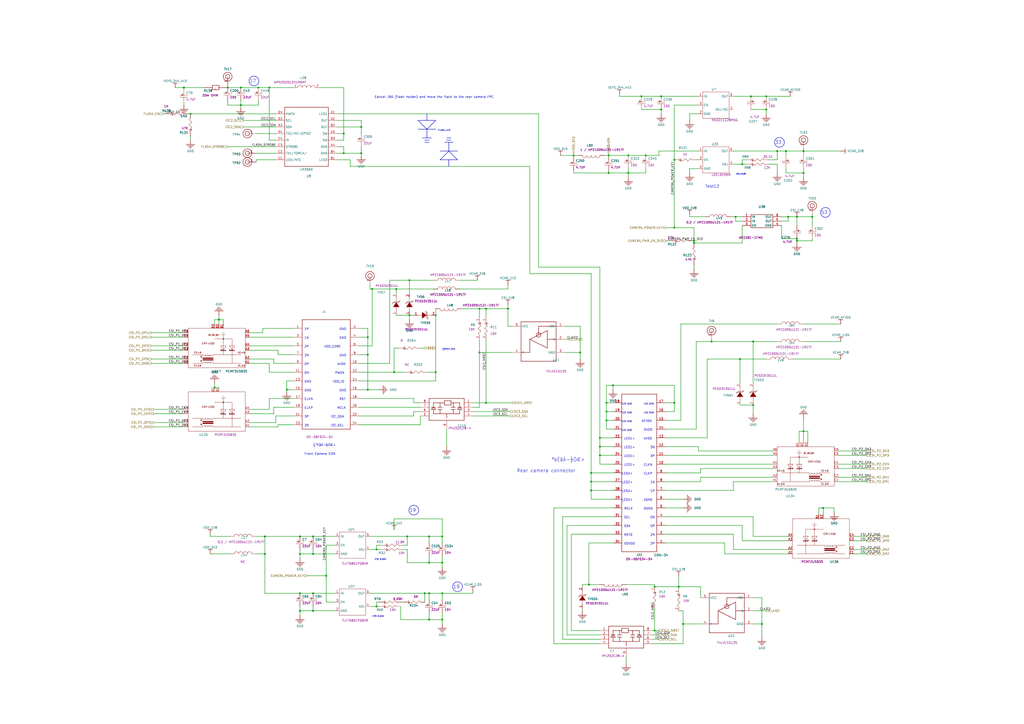
<source format=kicad_sch>
(kicad_sch (version 20241004) (generator "eeschema") (generator_version "8.99")
  (paper "A2")
  (title_block (title "Librem 5 Mainboard") (date "2024-03-21") (rev "v1.0.6") (company "Purism SPC") (comment 1 "GNU GPLv3+") (comment 2 "Copyright"))
  (circle (center 452.12 82.55) (radius 2.845) (stroke (width 0.254)))
  (circle (center 240.03 295.91) (radius 2.845) (stroke (width 0.254)))
  (circle (center 478.79 123.19) (radius 2.845) (stroke (width 0.254)))
  (circle (center 265.43 340.36) (radius 2.845) (stroke (width 0.254)))
  (circle (center 147.32 46.99) (radius 2.845) (stroke (width 0.254)))
  (text "LED GND" (at 373.38 240.03 0) (effects (font (size 0.889 0.889)) (justify left bottom)))
  (text "1N" (at 176.53 196.85 0) (effects (font (size 1.27 1.27)) (justify left bottom)))
  (text "AVDD" (at 373.38 255.27 0) (effects (font (size 1.27 1.27)) (justify left bottom)))
  (text "CLKN" (at 373.38 270.51 0) (effects (font (size 1.27 1.27)) (justify left bottom)))
  (text "AVDD" (at 195.58 212.09 0) (effects (font (size 1.27 1.27)) (justify left bottom)))
  (text "PWDN" (at 194.31 217.17 0) (effects (font (size 1.27 1.27)) (justify left bottom)))
  (text "2N" (at 377.19 311.15 0) (effects (font (size 1.27 1.27)) (justify left bottom)))
  (text "LED1+" (at 361.95 265.43 0) (effects (font (size 1.27 1.27)) (justify left bottom)))
  (text "LED GND" (at 360.68 234.95 0) (effects (font (size 0.889 0.889)) (justify left bottom)))
  (text "3N" (at 176.53 247.65 0) (effects (font (size 1.27 1.27)) (justify left bottom)))
  (text "Vfb=0.8V" (at 426.72 101.6 0) (effects (font (size 0.889 0.889)) (justify left bottom)))
  (text "3P" (at 176.53 242.57 0) (effects (font (size 1.27 1.27)) (justify left bottom)))
  (text "CLKP" (at 176.53 237.49 0) (effects (font (size 1.27 1.27)) (justify left bottom)))
  (text "LED GND" (at 373.38 234.95 0) (effects (font (size 0.889 0.889)) (justify left bottom)))
  (text "OP" (at 176.53 212.09 0) (effects (font (size 1.27 1.27)) (justify left bottom)))
  (text "GND" (at 196.85 196.85 0) (effects (font (size 1.27 1.27)) (justify left bottom)))
  (text "ON" (at 176.53 217.17 0) (effects (font (size 1.27 1.27)) (justify left bottom)))
  (text "DGND" (at 373.38 295.91 0) (effects (font (size 1.27 1.27)) (justify left bottom)))
  (text "2P" (at 176.53 201.93 0) (effects (font (size 1.27 1.27)) (justify left bottom)))
  (text "1P" (at 176.53 191.77 0) (effects (font (size 1.27 1.27)) (justify left bottom)))
  (text "19" (at 237.49 297.18 0) (effects (font (size 1.905 1.905)) (justify left bottom)))
  (text "Test12" (at 408.94 109.22 0) (effects (font (size 1.651 1.651)) (justify left bottom)))
  (text "19" (at 262.89 341.63 0) (effects (font (size 1.905 1.905)) (justify left bottom)))
  (text "GND" (at 176.53 222.25 0) (effects (font (size 1.27 1.27)) (justify left bottom)))
  (text "(SPDIF_RX)" (at 256.54 203.2 0) (effects (font (size 0.889 0.889)) (justify left bottom)))
  (text "2P" (at 377.19 316.23 0) (effects (font (size 1.27 1.27)) (justify left bottom)))
  (text "LED1+" (at 361.95 255.27 0) (effects (font (size 1.27 1.27)) (justify left bottom)))
  (text "ºóÉãÁ¬½ÓÆ÷" (at 320.04 267.97 0) (effects (font (size 1.905 1.905)) (justify left bottom)))
  (text "2N" (at 176.53 207.01 0) (effects (font (size 1.27 1.27)) (justify left bottom)))
  (text "MCLK" (at 361.95 295.91 0) (effects (font (size 1.27 1.27)) (justify left bottom)))
  (text "AGND" (at 373.38 290.83 0) (effects (font (size 1.27 1.27)) (justify left bottom)))
  (text "SDA" (at 361.95 306.07 0) (effects (font (size 1.27 1.27)) (justify left bottom)))
  (text "I2C_SCL" (at 191.77 247.65 0) (effects (font (size 1.27 1.27)) (justify left bottom)))
  (text "DOVDD" (at 361.95 316.23 0) (effects (font (size 1.27 1.27)) (justify left bottom)))
  (text "LED GND" (at 360.68 240.03 0) (effects (font (size 0.889 0.889)) (justify left bottom)))
  (text "33" (at 449.58 83.82 0) (effects (font (size 1.905 1.905)) (justify left bottom)))
  (text "LED GND" (at 360.68 245.11 0) (effects (font (size 0.889 0.889)) (justify left bottom)))
  (text "DVDD" (at 373.38 250.19 0) (effects (font (size 1.27 1.27)) (justify left bottom)))
  (text "1P" (at 377.19 285.75 0) (effects (font (size 1.27 1.27)) (justify left bottom)))
  (text "GND" (at 196.85 207.01 0) (effects (font (size 1.27 1.27)) (justify left bottom)))
  (text "SCL" (at 361.95 300.99 0) (effects (font (size 1.27 1.27)) (justify left bottom)))
  (text "VFB 0.55V" (at 217.17 325.12 0) (effects (font (size 0.889 0.889)) (justify left bottom)))
  (text "AFVDD" (at 372.11 245.11 0) (effects (font (size 1.27 1.27)) (justify left bottom)))
  (text "I2C_SDA" (at 191.77 242.57 0) (effects (font (size 1.27 1.27)) (justify left bottom)))
  (text "FLASH_LED" (at 254 76.2 0) (effects (font (size 0.889 0.889)) (justify left bottom)))
  (text "LED1+" (at 361.95 270.51 0) (effects (font (size 1.27 1.27)) (justify left bottom)))
  (text "Ç°ÉãÁ¬½ÓÆ÷" (at 181.61 259.08 0) (effects (font (size 1.27 1.27)) (justify left bottom)))
  (text "53" (at 476.25 124.46 0) (effects (font (size 1.905 1.905)) (justify left bottom)))
  (text "Front Camera CON" (at 176.53 264.16 0) (effects (font (size 1.27 1.27)) (justify left bottom)))
  (text "RST" (at 196.85 232.41 0) (effects (font (size 1.27 1.27)) (justify left bottom)))
  (text "ON" (at 377.19 300.99 0) (effects (font (size 1.27 1.27)) (justify left bottom)))
  (text "Rear camera connector" (at 299.72 274.32 0) (effects (font (size 1.905 1.905)) (justify left bottom)))
  (text "3P" (at 377.19 265.43 0) (effects (font (size 1.27 1.27)) (justify left bottom)))
  (text "17" (at 144.78 48.26 0) (effects (font (size 1.905 1.905)) (justify left bottom)))
  (text "3N" (at 377.19 260.35 0) (effects (font (size 1.27 1.27)) (justify left bottom)))
  (text "LED1+" (at 361.95 260.35 0) (effects (font (size 1.27 1.27)) (justify left bottom)))
  (text "GND" (at 196.85 191.77 0) (effects (font (size 1.27 1.27)) (justify left bottom)))
  (text "VDD_CORE" (at 187.96 201.93 0) (effects (font (size 1.27 1.27)) (justify left bottom)))
  (text "CLKN" (at 176.53 232.41 0) (effects (font (size 1.27 1.27)) (justify left bottom)))
  (text "MCLK" (at 195.58 237.49 0) (effects (font (size 1.27 1.27)) (justify left bottom)))
  (text "LED GND" (at 360.68 250.19 0) (effects (font (size 0.889 0.889)) (justify left bottom)))
  (text "CLKP" (at 373.38 275.59 0) (effects (font (size 1.27 1.27)) (justify left bottom)))
  (text "LED2+" (at 360.68 285.75 0) (effects (font (size 1.27 1.27)) (justify left bottom)))
  (text "GND" (at 176.53 227.33 0) (effects (font (size 1.27 1.27)) (justify left bottom)))
  (text "VFB 0.55V" (at 215.9 358.14 0) (effects (font (size 0.889 0.889)) (justify left bottom)))
  (text "GND" (at 196.85 227.33 0) (effects (font (size 1.27 1.27)) (justify left bottom)))
  (text "RSTO" (at 361.95 311.15 0) (effects (font (size 1.27 1.27)) (justify left bottom)))
  (text "VDD_IO" (at 193.04 222.25 0) (effects (font (size 1.27 1.27)) (justify left bottom)))
  (text "Cancel J50 (flash holder) and move the flash to the rear camera FPC" (at 217.17 57.15 0) (effects (font (size 1.27 1.27)) (justify left bottom)))
  (text "1N" (at 377.19 280.67 0) (effects (font (size 1.27 1.27)) (justify left bottom)))
  (text "LED2+" (at 360.68 280.67 0) (effects (font (size 1.27 1.27)) (justify left bottom)))
  (text "OP" (at 377.19 306.07 0) (effects (font (size 1.27 1.27)) (justify left bottom)))
  (text "LED2+" (at 360.68 275.59 0) (effects (font (size 1.27 1.27)) (justify left bottom)))
  (text "LED2+" (at 360.68 290.83 0) (effects (font (size 1.27 1.27)) (justify left bottom)))
  (junction (at 248.92 344.17))
  (junction (at 236.22 311.15))
  (junction (at 110.49 66.04))
  (junction (at 336.55 204.47))
  (junction (at 156.21 50.8))
  (junction (at 252.73 215.9))
  (junction (at 347.98 254))
  (junction (at 430.53 95.25))
  (junction (at 106.68 50.8))
  (junction (at 199.39 77.47))
  (junction (at 391.16 92.71))
  (junction (at 237.49 162.56))
  (junction (at 181.61 354.33))
  (junction (at 466.09 87.63))
  (junction (at 246.38 344.17))
  (junction (at 353.06 100.33))
  (junction (at 173.99 311.15))
  (junction (at 237.49 182.88))
  (junction (at 209.55 73.66))
  (junction (at 127 185.42))
  (junction (at 248.92 311.15))
  (junction (at 248.92 326.39))
  (junction (at 353.06 90.17))
  (junction (at 383.54 63.5))
  (junction (at 435.61 55.88))
  (junction (at 347.98 264.16))
  (junction (at 256.54 326.39))
  (junction (at 393.7 340.36))
  (junction (at 342.9 279.4))
  (junction (at 173.99 354.33))
  (junction (at 256.54 344.17))
  (junction (at 436.88 198.12))
  (junction (at 248.92 359.41))
  (junction (at 173.99 321.31))
  (junction (at 402.59 139.7))
  (junction (at 139.7 50.8))
  (junction (at 341.63 339.09))
  (junction (at 355.6 223.52))
  (junction (at 342.9 284.48))
  (junction (at 471.17 125.73))
  (junction (at 213.36 195.58))
  (junction (at 351.79 238.76))
  (junction (at 477.52 294.64))
  (junction (at 379.73 365.76))
  (junction (at 402.59 140.97))
  (junction (at 124.46 224.79))
  (junction (at 278.13 179.07))
  (junction (at 132.08 50.8))
  (junction (at 379.73 340.36))
  (junction (at 429.26 208.28))
  (junction (at 391.16 132.08))
  (junction (at 450.85 87.63))
  (junction (at 396.24 361.95))
  (junction (at 374.65 90.17))
  (junction (at 218.44 351.79))
  (junction (at 351.79 243.84))
  (junction (at 436.88 234.95))
  (junction (at 342.9 274.32))
  (junction (at 278.13 204.47))
  (junction (at 462.28 138.43))
  (junction (at 252.73 182.88))
  (junction (at 444.5 55.88))
  (junction (at 213.36 226.06))
  (junction (at 199.39 88.9))
  (junction (at 462.28 139.7))
  (junction (at 173.99 344.17))
  (junction (at 412.75 198.12))
  (junction (at 218.44 318.77))
  (junction (at 189.23 334.01))
  (junction (at 153.67 321.31))
  (junction (at 444.5 63.5))
  (junction (at 256.54 359.41))
  (junction (at 383.54 55.88))
  (junction (at 457.2 125.73))
  (junction (at 139.7 60.96))
  (junction (at 213.36 205.74))
  (junction (at 466.09 250.19))
  (junction (at 426.72 125.73))
  (junction (at 181.61 321.31))
  (junction (at 364.49 90.17))
  (junction (at 181.61 344.17))
  (junction (at 149.86 50.8))
  (junction (at 181.61 311.15))
  (junction (at 294.64 179.07))
  (junction (at 228.6 215.9))
  (junction (at 364.49 100.33))
  (junction (at 372.11 55.88))
  (junction (at 332.74 90.17))
  (junction (at 351.79 233.68))
  (junction (at 455.93 87.63))
  (junction (at 281.94 179.07))
  (junction (at 347.98 259.08))
  (junction (at 462.28 125.73))
  (junction (at 391.16 233.68))
  (junction (at 229.87 167.64))
  (junction (at 166.37 226.06))
  (junction (at 215.9 167.64))
  (junction (at 466.09 100.33))
  (junction (at 256.54 311.15))
  (junction (at 441.96 361.95))
  (junction (at 281.94 233.68))
  (junction (at 153.67 311.15))
  (junction (at 209.55 88.9))
  (polyline (pts (xy 260.35 87.63) (xy 260.35 82.55)) (stroke (width 0.254) (type solid)))
  (wire (pts (xy 486.41 271.78) (xy 502.92 271.78)) (stroke (width 0.254)))
  (wire (pts (xy 209.55 69.85) (xy 209.55 73.66)) (stroke (width 0.254)))
  (wire (pts (xy 396.24 354.33) (xy 396.24 361.95)) (stroke (width 0.254)))
  (wire (pts (xy 236.22 318.77) (xy 236.22 326.39)) (stroke (width 0.254)))
  (wire (pts (xy 425.45 318.77) (xy 457.2 318.77)) (stroke (width 0.254)))
  (wire (pts (xy 248.92 314.96) (xy 248.92 311.15)) (stroke (width 0.254)))
  (wire (pts (xy 106.68 50.8) (xy 101.6 50.8)) (stroke (width 0.254)))
  (wire (pts (xy 386.08 284.48) (xy 425.45 284.48)) (stroke (width 0.254)))
  (wire (pts (xy 214.63 165.1) (xy 214.63 167.64)) (stroke (width 0.254)))
  (wire (pts (xy 294.64 179.07) (xy 294.64 176.53)) (stroke (width 0.254)))
  (wire (pts (xy 166.37 220.98) (xy 166.37 226.06)) (stroke (width 0.254)))
  (wire (pts (xy 486.41 276.86) (xy 502.92 276.86)) (stroke (width 0.254)))
  (polyline (pts (xy 259.08 81.28) (xy 261.62 81.28)) (stroke (width 0.254) (type solid)))
  (wire (pts (xy 237.49 182.88) (xy 240.03 182.88)) (stroke (width 0.254)))
  (wire (pts (xy 466.09 250.19) (xy 463.55 250.19)) (stroke (width 0.254)))
  (wire (pts (xy 194.31 344.17) (xy 181.61 344.17)) (stroke (width 0.254)))
  (wire (pts (xy 161.29 205.74) (xy 161.29 203.2)) (stroke (width 0.254)))
  (wire (pts (xy 394.97 187.96) (xy 450.85 187.96)) (stroke (width 0.254)))
  (wire (pts (xy 278.13 179.07) (xy 281.94 179.07)) (stroke (width 0.254)))
  (wire (pts (xy 425.45 279.4) (xy 448.31 279.4)) (stroke (width 0.254)))
  (wire (pts (xy 170.18 215.9) (xy 156.21 215.9)) (stroke (width 0.254)))
  (wire (pts (xy 466.09 100.33) (xy 466.09 102.87)) (stroke (width 0.254)))
  (wire (pts (xy 406.4 361.95) (xy 396.24 361.95)) (stroke (width 0.254)))
  (polyline (pts (xy 259.08 80.01) (xy 261.62 80.01)) (stroke (width 0.254) (type solid)))
  (wire (pts (xy 386.08 299.72) (xy 436.88 299.72)) (stroke (width 0.254)))
  (wire (pts (xy 466.09 90.17) (xy 466.09 87.63)) (stroke (width 0.254)))
  (wire (pts (xy 388.62 139.7) (xy 386.08 139.7)) (stroke (width 0.254)))
  (wire (pts (xy 132.08 58.42) (xy 132.08 60.96)) (stroke (width 0.254)))
  (wire (pts (xy 96.52 66.04) (xy 93.98 66.04)) (stroke (width 0.254)))
  (wire (pts (xy 430.53 304.8) (xy 430.53 313.69)) (stroke (width 0.254)))
  (wire (pts (xy 170.18 200.66) (xy 144.78 200.66)) (stroke (width 0.254)))
  (wire (pts (xy 393.7 354.33) (xy 396.24 354.33)) (stroke (width 0.254)))
  (wire (pts (xy 342.9 289.56) (xy 342.9 284.48)) (stroke (width 0.254)))
  (wire (pts (xy 412.75 198.12) (xy 412.75 196.85)) (stroke (width 0.254)))
  (wire (pts (xy 386.08 238.76) (xy 391.16 238.76)) (stroke (width 0.254)))
  (wire (pts (xy 374.65 97.79) (xy 374.65 100.33)) (stroke (width 0.254)))
  (wire (pts (xy 218.44 318.77) (xy 214.63 318.77)) (stroke (width 0.254)))
  (wire (pts (xy 328.93 368.3) (xy 328.93 304.8)) (stroke (width 0.254)))
  (wire (pts (xy 396.24 289.56) (xy 386.08 289.56)) (stroke (width 0.254)))
  (wire (pts (xy 218.44 351.79) (xy 214.63 351.79)) (stroke (width 0.254)))
  (wire (pts (xy 158.75 240.03) (xy 158.75 236.22)) (stroke (width 0.254)))
  (wire (pts (xy 307.34 96.52) (xy 203.2 96.52)) (stroke (width 0.254)))
  (wire (pts (xy 448.31 264.16) (xy 386.08 264.16)) (stroke (width 0.254)))
  (wire (pts (xy 332.74 100.33) (xy 353.06 100.33)) (stroke (width 0.254)))
  (wire (pts (xy 364.49 100.33) (xy 364.49 102.87)) (stroke (width 0.254)))
  (polyline (pts (xy 246.38 81.28) (xy 248.92 81.28)) (stroke (width 0.254) (type solid)))
  (wire (pts (xy 173.99 354.33) (xy 173.99 356.87)) (stroke (width 0.254)))
  (wire (pts (xy 106.68 195.58) (xy 87.63 195.58)) (stroke (width 0.254)))
  (wire (pts (xy 425.45 55.88) (xy 435.61 55.88)) (stroke (width 0.254)))
  (wire (pts (xy 448.31 269.24) (xy 386.08 269.24)) (stroke (width 0.254)))
  (wire (pts (xy 430.53 92.71) (xy 433.07 92.71)) (stroke (width 0.254)))
  (polyline (pts (xy 247.65 66.04) (xy 247.65 69.85)) (stroke (width 0.254) (type solid)))
  (wire (pts (xy 430.53 95.25) (xy 430.53 92.71)) (stroke (width 0.254)))
  (wire (pts (xy 121.92 311.15) (xy 121.92 309.88)) (stroke (width 0.254)))
  (wire (pts (xy 106.68 203.2) (xy 87.63 203.2)) (stroke (width 0.254)))
  (wire (pts (xy 326.39 299.72) (xy 355.6 299.72)) (stroke (width 0.254)))
  (wire (pts (xy 342.9 279.4) (xy 342.9 274.32)) (stroke (width 0.254)))
  (wire (pts (xy 374.65 100.33) (xy 364.49 100.33)) (stroke (width 0.254)))
  (wire (pts (xy 281.94 233.68) (xy 281.94 196.85)) (stroke (width 0.254)))
  (wire (pts (xy 267.97 179.07) (xy 278.13 179.07)) (stroke (width 0.254)))
  (wire (pts (xy 153.67 344.17) (xy 153.67 321.31)) (stroke (width 0.254)))
  (wire (pts (xy 312.42 154.94) (xy 312.42 66.04)) (stroke (width 0.254)))
  (wire (pts (xy 425.45 284.48) (xy 425.45 279.4)) (stroke (width 0.254)))
  (wire (pts (xy 406.4 346.71) (xy 406.4 340.36)) (stroke (width 0.254)))
  (wire (pts (xy 372.11 55.88) (xy 359.41 55.88)) (stroke (width 0.254)))
  (wire (pts (xy 110.49 78.74) (xy 110.49 81.28)) (stroke (width 0.254)))
  (wire (pts (xy 127 185.42) (xy 127 182.88)) (stroke (width 0.254)))
  (wire (pts (xy 209.55 88.9) (xy 209.55 90.17)) (stroke (width 0.254)))
  (wire (pts (xy 455.93 100.33) (xy 466.09 100.33)) (stroke (width 0.254)))
  (wire (pts (xy 274.32 241.3) (xy 295.91 241.3)) (stroke (width 0.254)))
  (wire (pts (xy 436.88 354.33) (xy 444.5 354.33)) (stroke (width 0.254)))
  (wire (pts (xy 160.02 85.09) (xy 132.08 85.09)) (stroke (width 0.254)))
  (wire (pts (xy 170.18 190.5) (xy 152.4 190.5)) (stroke (width 0.254)))
  (wire (pts (xy 208.28 190.5) (xy 213.36 190.5)) (stroke (width 0.254)))
  (wire (pts (xy 386.08 254) (xy 410.21 254)) (stroke (width 0.254)))
  (wire (pts (xy 148.59 321.31) (xy 153.67 321.31)) (stroke (width 0.254)))
  (wire (pts (xy 229.87 182.88) (xy 237.49 182.88)) (stroke (width 0.254)))
  (wire (pts (xy 355.6 254) (xy 347.98 254)) (stroke (width 0.254)))
  (wire (pts (xy 462.28 139.7) (xy 462.28 140.97)) (stroke (width 0.254)))
  (wire (pts (xy 106.68 247.65) (xy 88.9 247.65)) (stroke (width 0.254)))
  (wire (pts (xy 173.99 318.77) (xy 173.99 321.31)) (stroke (width 0.254)))
  (wire (pts (xy 246.38 344.17) (xy 214.63 344.17)) (stroke (width 0.254)))
  (wire (pts (xy 189.23 334.01) (xy 189.23 349.25)) (stroke (width 0.254)))
  (wire (pts (xy 351.79 238.76) (xy 351.79 233.68)) (stroke (width 0.254)))
  (wire (pts (xy 160.02 66.04) (xy 110.49 66.04)) (stroke (width 0.254)))
  (wire (pts (xy 281.94 179.07) (xy 294.64 179.07)) (stroke (width 0.254)))
  (wire (pts (xy 408.94 125.73) (xy 400.05 125.73)) (stroke (width 0.254)))
  (wire (pts (xy 487.68 87.63) (xy 466.09 87.63)) (stroke (width 0.254)))
  (wire (pts (xy 251.46 162.56) (xy 237.49 162.56)) (stroke (width 0.254)))
  (wire (pts (xy 462.28 130.81) (xy 462.28 125.73)) (stroke (width 0.254)))
  (wire (pts (xy 278.13 204.47) (xy 278.13 196.85)) (stroke (width 0.254)))
  (wire (pts (xy 486.41 261.62) (xy 502.92 261.62)) (stroke (width 0.254)))
  (wire (pts (xy 420.37 314.96) (xy 420.37 321.31)) (stroke (width 0.254)))
  (wire (pts (xy 410.21 254) (xy 410.21 208.28)) (stroke (width 0.254)))
  (wire (pts (xy 248.92 347.98) (xy 248.92 344.17)) (stroke (width 0.254)))
  (wire (pts (xy 252.73 220.98) (xy 252.73 215.9)) (stroke (width 0.254)))
  (wire (pts (xy 436.88 198.12) (xy 412.75 198.12)) (stroke (width 0.254)))
  (wire (pts (xy 347.98 365.76) (xy 331.47 365.76)) (stroke (width 0.254)))
  (wire (pts (xy 139.7 60.96) (xy 139.7 62.23)) (stroke (width 0.254)))
  (wire (pts (xy 483.87 294.64) (xy 483.87 297.18)) (stroke (width 0.254)))
  (wire (pts (xy 332.74 90.17) (xy 325.12 90.17)) (stroke (width 0.254)))
  (wire (pts (xy 466.09 250.19) (xy 466.09 242.57)) (stroke (width 0.254)))
  (wire (pts (xy 243.84 236.22) (xy 208.28 236.22)) (stroke (width 0.254)))
  (wire (pts (xy 218.44 351.79) (xy 218.44 349.25)) (stroke (width 0.254)))
  (wire (pts (xy 160.02 245.11) (xy 144.78 245.11)) (stroke (width 0.254)))
  (wire (pts (xy 332.74 88.9) (xy 332.74 90.17)) (stroke (width 0.254)))
  (wire (pts (xy 466.09 97.79) (xy 466.09 100.33)) (stroke (width 0.254)))
  (wire (pts (xy 405.13 259.08) (xy 386.08 259.08)) (stroke (width 0.254)))
  (wire (pts (xy 127 187.96) (xy 127 185.42)) (stroke (width 0.254)))
  (wire (pts (xy 328.93 304.8) (xy 355.6 304.8)) (stroke (width 0.254)))
  (wire (pts (xy 468.63 250.19) (xy 466.09 250.19)) (stroke (width 0.254)))
  (wire (pts (xy 181.61 311.15) (xy 173.99 311.15)) (stroke (width 0.254)))
  (wire (pts (xy 252.73 215.9) (xy 252.73 182.88)) (stroke (width 0.254)))
  (wire (pts (xy 386.08 309.88) (xy 425.45 309.88)) (stroke (width 0.254)))
  (wire (pts (xy 237.49 162.56) (xy 237.49 170.18)) (stroke (width 0.254)))
  (wire (pts (xy 106.68 52.07) (xy 106.68 50.8)) (stroke (width 0.254)))
  (polyline (pts (xy 260.35 87.63) (xy 255.27 92.71)) (stroke (width 0.254) (type solid)))
  (wire (pts (xy 246.38 201.93) (xy 243.84 201.93)) (stroke (width 0.254)))
  (wire (pts (xy 226.06 162.56) (xy 237.49 162.56)) (stroke (width 0.254)))
  (polyline (pts (xy 255.27 87.63) (xy 265.43 87.63)) (stroke (width 0.254) (type solid)))
  (wire (pts (xy 218.44 318.77) (xy 218.44 316.23)) (stroke (width 0.254)))
  (wire (pts (xy 106.68 60.96) (xy 106.68 59.69)) (stroke (width 0.254)))
  (wire (pts (xy 331.47 309.88) (xy 355.6 309.88)) (stroke (width 0.254)))
  (wire (pts (xy 161.29 203.2) (xy 144.78 203.2)) (stroke (width 0.254)))
  (wire (pts (xy 337.82 340.36) (xy 337.82 339.09)) (stroke (width 0.254)))
  (wire (pts (xy 457.2 125.73) (xy 462.28 125.73)) (stroke (width 0.254)))
  (wire (pts (xy 213.36 195.58) (xy 213.36 205.74)) (stroke (width 0.254)))
  (polyline (pts (xy 257.81 82.55) (xy 262.89 82.55)) (stroke (width 0.254) (type solid)))
  (wire (pts (xy 139.7 60.96) (xy 149.86 60.96)) (stroke (width 0.254)))
  (wire (pts (xy 152.4 193.04) (xy 144.78 193.04)) (stroke (width 0.254)))
  (wire (pts (xy 129.54 185.42) (xy 127 185.42)) (stroke (width 0.254)))
  (wire (pts (xy 156.21 210.82) (xy 144.78 210.82)) (stroke (width 0.254)))
  (wire (pts (xy 256.54 326.39) (xy 256.54 322.58)) (stroke (width 0.254)))
  (wire (pts (xy 127 224.79) (xy 124.46 224.79)) (stroke (width 0.254)))
  (wire (pts (xy 406.4 274.32) (xy 386.08 274.32)) (stroke (width 0.254)))
  (wire (pts (xy 106.68 200.66) (xy 87.63 200.66)) (stroke (width 0.254)))
  (wire (pts (xy 240.03 238.76) (xy 240.03 241.3)) (stroke (width 0.254)))
  (polyline (pts (xy 265.43 92.71) (xy 260.35 87.63)) (stroke (width 0.254) (type solid)))
  (wire (pts (xy 189.23 334.01) (xy 177.8 334.01)) (stroke (width 0.254)))
  (wire (pts (xy 237.49 182.88) (xy 237.49 185.42)) (stroke (width 0.254)))
  (wire (pts (xy 213.36 205.74) (xy 208.28 205.74)) (stroke (width 0.254)))
  (wire (pts (xy 209.55 77.47) (xy 209.55 73.66)) (stroke (width 0.254)))
  (wire (pts (xy 160.02 241.3) (xy 160.02 245.11)) (stroke (width 0.254)))
  (wire (pts (xy 160.02 73.66) (xy 140.97 73.66)) (stroke (width 0.254)))
  (wire (pts (xy 405.13 97.79) (xy 400.05 97.79)) (stroke (width 0.254)))
  (wire (pts (xy 410.21 208.28) (xy 429.26 208.28)) (stroke (width 0.254)))
  (wire (pts (xy 383.54 55.88) (xy 372.11 55.88)) (stroke (width 0.254)))
  (wire (pts (xy 435.61 63.5) (xy 444.5 63.5)) (stroke (width 0.254)))
  (wire (pts (xy 278.13 204.47) (xy 278.13 236.22)) (stroke (width 0.254)))
  (wire (pts (xy 199.39 50.8) (xy 185.42 50.8)) (stroke (width 0.254)))
  (wire (pts (xy 173.99 344.17) (xy 153.67 344.17)) (stroke (width 0.254)))
  (wire (pts (xy 199.39 81.28) (xy 199.39 77.47)) (stroke (width 0.254)))
  (wire (pts (xy 139.7 50.8) (xy 132.08 50.8)) (stroke (width 0.254)))
  (wire (pts (xy 350.52 90.17) (xy 353.06 90.17)) (stroke (width 0.254)))
  (wire (pts (xy 378.46 365.76) (xy 379.73 365.76)) (stroke (width 0.254)))
  (wire (pts (xy 403.86 198.12) (xy 412.75 198.12)) (stroke (width 0.254)))
  (wire (pts (xy 466.09 198.12) (xy 487.68 198.12)) (stroke (width 0.254)))
  (wire (pts (xy 466.09 86.36) (xy 466.09 87.63)) (stroke (width 0.254)))
  (wire (pts (xy 406.4 279.4) (xy 386.08 279.4)) (stroke (width 0.254)))
  (wire (pts (xy 214.63 167.64) (xy 215.9 167.64)) (stroke (width 0.254)))
  (wire (pts (xy 240.03 241.3) (xy 208.28 241.3)) (stroke (width 0.254)))
  (wire (pts (xy 341.63 314.96) (xy 341.63 339.09)) (stroke (width 0.254)))
  (wire (pts (xy 359.41 55.88) (xy 359.41 54.61)) (stroke (width 0.254)))
  (wire (pts (xy 156.21 237.49) (xy 144.78 237.49)) (stroke (width 0.254)))
  (wire (pts (xy 502.92 321.31) (xy 495.3 321.31)) (stroke (width 0.254)))
  (wire (pts (xy 106.68 237.49) (xy 88.9 237.49)) (stroke (width 0.254)))
  (wire (pts (xy 194.31 311.15) (xy 181.61 311.15)) (stroke (width 0.254)))
  (wire (pts (xy 351.79 233.68) (xy 351.79 223.52)) (stroke (width 0.254)))
  (wire (pts (xy 444.5 63.5) (xy 444.5 66.04)) (stroke (width 0.254)))
  (wire (pts (xy 466.09 187.96) (xy 487.68 187.96)) (stroke (width 0.254)))
  (wire (pts (xy 436.88 346.71) (xy 441.96 346.71)) (stroke (width 0.254)))
  (polyline (pts (xy 252.73 69.85) (xy 247.65 74.93)) (stroke (width 0.254) (type solid)))
  (wire (pts (xy 208.28 200.66) (xy 215.9 200.66)) (stroke (width 0.254)))
  (wire (pts (xy 351.79 243.84) (xy 351.79 238.76)) (stroke (width 0.254)))
  (wire (pts (xy 393.7 340.36) (xy 379.73 340.36)) (stroke (width 0.254)))
  (wire (pts (xy 166.37 226.06) (xy 170.18 226.06)) (stroke (width 0.254)))
  (wire (pts (xy 471.17 138.43) (xy 471.17 139.7)) (stroke (width 0.254)))
  (wire (pts (xy 471.17 130.81) (xy 471.17 125.73)) (stroke (width 0.254)))
  (wire (pts (xy 459.74 208.28) (xy 487.68 208.28)) (stroke (width 0.254)))
  (wire (pts (xy 486.41 269.24) (xy 502.92 269.24)) (stroke (width 0.254)))
  (wire (pts (xy 213.36 205.74) (xy 213.36 226.06)) (stroke (width 0.254)))
  (wire (pts (xy 124.46 187.96) (xy 124.46 185.42)) (stroke (width 0.254)))
  (wire (pts (xy 240.03 233.68) (xy 240.03 231.14)) (stroke (width 0.254)))
  (wire (pts (xy 403.86 92.71) (xy 405.13 92.71)) (stroke (width 0.254)))
  (wire (pts (xy 236.22 326.39) (xy 248.92 326.39)) (stroke (width 0.254)))
  (wire (pts (xy 363.22 381) (xy 363.22 384.81)) (stroke (width 0.254)))
  (wire (pts (xy 153.67 311.15) (xy 173.99 311.15)) (stroke (width 0.254)))
  (wire (pts (xy 170.18 210.82) (xy 158.75 210.82)) (stroke (width 0.254)))
  (wire (pts (xy 347.98 264.16) (xy 347.98 259.08)) (stroke (width 0.254)))
  (wire (pts (xy 173.99 351.79) (xy 173.99 354.33)) (stroke (width 0.254)))
  (wire (pts (xy 297.18 233.68) (xy 281.94 233.68)) (stroke (width 0.254)))
  (wire (pts (xy 391.16 60.96) (xy 391.16 92.71)) (stroke (width 0.254)))
  (wire (pts (xy 353.06 91.44) (xy 353.06 90.17)) (stroke (width 0.254)))
  (wire (pts (xy 336.55 204.47) (xy 336.55 208.28)) (stroke (width 0.254)))
  (wire (pts (xy 213.36 226.06) (xy 219.71 226.06)) (stroke (width 0.254)))
  (wire (pts (xy 374.65 90.17) (xy 382.27 90.17)) (stroke (width 0.254)))
  (wire (pts (xy 355.6 264.16) (xy 347.98 264.16)) (stroke (width 0.254)))
  (wire (pts (xy 448.31 261.62) (xy 405.13 261.62)) (stroke (width 0.254)))
  (polyline (pts (xy 246.38 82.55) (xy 248.92 82.55)) (stroke (width 0.254) (type solid)))
  (wire (pts (xy 453.39 138.43) (xy 462.28 138.43)) (stroke (width 0.254)))
  (wire (pts (xy 215.9 167.64) (xy 229.87 167.64)) (stroke (width 0.254)))
  (wire (pts (xy 213.36 195.58) (xy 208.28 195.58)) (stroke (width 0.254)))
  (wire (pts (xy 400.05 66.04) (xy 400.05 69.85)) (stroke (width 0.254)))
  (wire (pts (xy 248.92 355.6) (xy 248.92 359.41)) (stroke (width 0.254)))
  (polyline (pts (xy 260.35 96.52) (xy 260.35 92.71)) (stroke (width 0.254) (type solid)))
  (wire (pts (xy 158.75 210.82) (xy 158.75 208.28)) (stroke (width 0.254)))
  (wire (pts (xy 133.35 321.31) (xy 121.92 321.31)) (stroke (width 0.254)))
  (wire (pts (xy 430.53 140.97) (xy 402.59 140.97)) (stroke (width 0.254)))
  (wire (pts (xy 256.54 359.41) (xy 256.54 355.6)) (stroke (width 0.254)))
  (wire (pts (xy 393.7 341.63) (xy 393.7 340.36)) (stroke (width 0.254)))
  (wire (pts (xy 450.85 87.63) (xy 450.85 92.71)) (stroke (width 0.254)))
  (wire (pts (xy 353.06 88.9) (xy 353.06 90.17)) (stroke (width 0.254)))
  (polyline (pts (xy 242.57 74.93) (xy 252.73 74.93)) (stroke (width 0.254) (type solid)))
  (wire (pts (xy 332.74 90.17) (xy 332.74 91.44)) (stroke (width 0.254)))
  (wire (pts (xy 405.13 55.88) (xy 383.54 55.88)) (stroke (width 0.254)))
  (wire (pts (xy 379.73 353.06) (xy 379.73 365.76)) (stroke (width 0.254)))
  (wire (pts (xy 278.13 236.22) (xy 274.32 236.22)) (stroke (width 0.254)))
  (wire (pts (xy 382.27 87.63) (xy 405.13 87.63)) (stroke (width 0.254)))
  (wire (pts (xy 474.98 298.45) (xy 474.98 294.64)) (stroke (width 0.254)))
  (wire (pts (xy 243.84 238.76) (xy 240.03 238.76)) (stroke (width 0.254)))
  (wire (pts (xy 149.86 50.8) (xy 139.7 50.8)) (stroke (width 0.254)))
  (wire (pts (xy 281.94 184.15) (xy 281.94 179.07)) (stroke (width 0.254)))
  (wire (pts (xy 124.46 185.42) (xy 127 185.42)) (stroke (width 0.254)))
  (wire (pts (xy 353.06 99.06) (xy 353.06 100.33)) (stroke (width 0.254)))
  (wire (pts (xy 327.66 204.47) (xy 336.55 204.47)) (stroke (width 0.254)))
  (wire (pts (xy 457.2 128.27) (xy 457.2 125.73)) (stroke (width 0.254)))
  (wire (pts (xy 406.4 276.86) (xy 406.4 279.4)) (stroke (width 0.254)))
  (wire (pts (xy 209.55 88.9) (xy 209.55 85.09)) (stroke (width 0.254)))
  (wire (pts (xy 386.08 304.8) (xy 430.53 304.8)) (stroke (width 0.254)))
  (wire (pts (xy 444.5 208.28) (xy 429.26 208.28)) (stroke (width 0.254)))
  (wire (pts (xy 248.92 359.41) (xy 256.54 359.41)) (stroke (width 0.254)))
  (wire (pts (xy 347.98 370.84) (xy 326.39 370.84)) (stroke (width 0.254)))
  (wire (pts (xy 170.18 205.74) (xy 161.29 205.74)) (stroke (width 0.254)))
  (wire (pts (xy 353.06 90.17) (xy 364.49 90.17)) (stroke (width 0.254)))
  (wire (pts (xy 243.84 246.38) (xy 208.28 246.38)) (stroke (width 0.254)))
  (wire (pts (xy 347.98 373.38) (xy 321.31 373.38)) (stroke (width 0.254)))
  (wire (pts (xy 453.39 128.27) (xy 457.2 128.27)) (stroke (width 0.254)))
  (wire (pts (xy 294.64 189.23) (xy 294.64 179.07)) (stroke (width 0.254)))
  (wire (pts (xy 208.28 215.9) (xy 228.6 215.9)) (stroke (width 0.254)))
  (wire (pts (xy 259.08 248.92) (xy 259.08 259.08)) (stroke (width 0.254)))
  (wire (pts (xy 435.61 55.88) (xy 444.5 55.88)) (stroke (width 0.254)))
  (wire (pts (xy 208.28 210.82) (xy 226.06 210.82)) (stroke (width 0.254)))
  (wire (pts (xy 396.24 373.38) (xy 378.46 373.38)) (stroke (width 0.254)))
  (wire (pts (xy 173.99 321.31) (xy 173.99 323.85)) (stroke (width 0.254)))
  (wire (pts (xy 132.08 60.96) (xy 139.7 60.96)) (stroke (width 0.254)))
  (wire (pts (xy 194.31 354.33) (xy 181.61 354.33)) (stroke (width 0.254)))
  (wire (pts (xy 426.72 128.27) (xy 426.72 125.73)) (stroke (width 0.254)))
  (wire (pts (xy 406.4 271.78) (xy 406.4 274.32)) (stroke (width 0.254)))
  (wire (pts (xy 106.68 210.82) (xy 87.63 210.82)) (stroke (width 0.254)))
  (wire (pts (xy 430.53 125.73) (xy 426.72 125.73)) (stroke (width 0.254)))
  (wire (pts (xy 441.96 361.95) (xy 436.88 361.95)) (stroke (width 0.254)))
  (wire (pts (xy 386.08 294.64) (xy 396.24 294.64)) (stroke (width 0.254)))
  (wire (pts (xy 441.96 361.95) (xy 441.96 369.57)) (stroke (width 0.254)))
  (wire (pts (xy 266.7 162.56) (xy 276.86 162.56)) (stroke (width 0.254)))
  (wire (pts (xy 233.68 316.23) (xy 236.22 316.23)) (stroke (width 0.254)))
  (wire (pts (xy 181.61 318.77) (xy 181.61 321.31)) (stroke (width 0.254)))
  (wire (pts (xy 236.22 311.15) (xy 248.92 311.15)) (stroke (width 0.254)))
  (wire (pts (xy 228.6 201.93) (xy 228.6 215.9)) (stroke (width 0.254)))
  (wire (pts (xy 471.17 125.73) (xy 462.28 125.73)) (stroke (width 0.254)))
  (wire (pts (xy 243.84 241.3) (xy 243.84 246.38)) (stroke (width 0.254)))
  (wire (pts (xy 330.2 196.85) (xy 327.66 196.85)) (stroke (width 0.254)))
  (wire (pts (xy 445.77 95.25) (xy 450.85 95.25)) (stroke (width 0.254)))
  (wire (pts (xy 106.68 50.8) (xy 118.11 50.8)) (stroke (width 0.254)))
  (wire (pts (xy 462.28 138.43) (xy 462.28 139.7)) (stroke (width 0.254)))
  (wire (pts (xy 228.6 215.9) (xy 234.95 215.9)) (stroke (width 0.254)))
  (wire (pts (xy 477.52 294.64) (xy 477.52 298.45)) (stroke (width 0.254)))
  (wire (pts (xy 463.55 250.19) (xy 463.55 256.54)) (stroke (width 0.254)))
  (wire (pts (xy 332.74 99.06) (xy 332.74 100.33)) (stroke (width 0.254)))
  (wire (pts (xy 450.85 92.71) (xy 445.77 92.71)) (stroke (width 0.254)))
  (wire (pts (xy 436.88 198.12) (xy 450.85 198.12)) (stroke (width 0.254)))
  (wire (pts (xy 364.49 100.33) (xy 364.49 97.79)) (stroke (width 0.254)))
  (wire (pts (xy 355.6 289.56) (xy 342.9 289.56)) (stroke (width 0.254)))
  (wire (pts (xy 433.07 95.25) (xy 430.53 95.25)) (stroke (width 0.254)))
  (wire (pts (xy 156.21 50.8) (xy 170.18 50.8)) (stroke (width 0.254)))
  (wire (pts (xy 326.39 370.84) (xy 326.39 299.72)) (stroke (width 0.254)))
  (polyline (pts (xy 242.57 69.85) (xy 252.73 69.85)) (stroke (width 0.254) (type solid)))
  (wire (pts (xy 402.59 132.08) (xy 402.59 139.7)) (stroke (width 0.254)))
  (wire (pts (xy 436.88 234.95) (xy 436.88 240.03)) (stroke (width 0.254)))
  (wire (pts (xy 229.87 167.64) (xy 251.46 167.64)) (stroke (width 0.254)))
  (wire (pts (xy 455.93 87.63) (xy 455.93 90.17)) (stroke (width 0.254)))
  (wire (pts (xy 430.53 130.81) (xy 430.53 140.97)) (stroke (width 0.254)))
  (wire (pts (xy 248.92 311.15) (xy 256.54 311.15)) (stroke (width 0.254)))
  (wire (pts (xy 466.09 87.63) (xy 455.93 87.63)) (stroke (width 0.254)))
  (wire (pts (xy 218.44 349.25) (xy 219.71 349.25)) (stroke (width 0.254)))
  (wire (pts (xy 420.37 321.31) (xy 457.2 321.31)) (stroke (width 0.254)))
  (wire (pts (xy 208.28 220.98) (xy 252.73 220.98)) (stroke (width 0.254)))
  (wire (pts (xy 181.61 351.79) (xy 181.61 354.33)) (stroke (width 0.254)))
  (wire (pts (xy 382.27 90.17) (xy 382.27 87.63)) (stroke (width 0.254)))
  (wire (pts (xy 405.13 66.04) (xy 400.05 66.04)) (stroke (width 0.254)))
  (wire (pts (xy 391.16 132.08) (xy 402.59 132.08)) (stroke (width 0.254)))
  (wire (pts (xy 436.88 299.72) (xy 436.88 311.15)) (stroke (width 0.254)))
  (wire (pts (xy 248.92 326.39) (xy 256.54 326.39)) (stroke (width 0.254)))
  (wire (pts (xy 406.4 340.36) (xy 393.7 340.36)) (stroke (width 0.254)))
  (wire (pts (xy 378.46 370.84) (xy 382.27 370.84)) (stroke (width 0.254)))
  (wire (pts (xy 160.02 69.85) (xy 140.97 69.85)) (stroke (width 0.254)))
  (wire (pts (xy 195.58 73.66) (xy 209.55 73.66)) (stroke (width 0.254)))
  (wire (pts (xy 274.32 344.17) (xy 274.32 342.9)) (stroke (width 0.254)))
  (wire (pts (xy 425.45 309.88) (xy 425.45 318.77)) (stroke (width 0.254)))
  (wire (pts (xy 307.34 158.75) (xy 307.34 96.52)) (stroke (width 0.254)))
  (wire (pts (xy 132.08 49.53) (xy 132.08 50.8)) (stroke (width 0.254)))
  (wire (pts (xy 379.73 365.76) (xy 382.27 365.76)) (stroke (width 0.254)))
  (wire (pts (xy 256.54 314.96) (xy 256.54 311.15)) (stroke (width 0.254)))
  (wire (pts (xy 236.22 316.23) (xy 236.22 311.15)) (stroke (width 0.254)))
  (wire (pts (xy 372.11 63.5) (xy 383.54 63.5)) (stroke (width 0.254)))
  (wire (pts (xy 391.16 92.71) (xy 391.16 132.08)) (stroke (width 0.254)))
  (wire (pts (xy 378.46 368.3) (xy 382.27 368.3)) (stroke (width 0.254)))
  (wire (pts (xy 355.6 223.52) (xy 355.6 226.06)) (stroke (width 0.254)))
  (wire (pts (xy 347.98 368.3) (xy 328.93 368.3)) (stroke (width 0.254)))
  (wire (pts (xy 453.39 130.81) (xy 453.39 138.43)) (stroke (width 0.254)))
  (wire (pts (xy 181.61 354.33) (xy 173.99 354.33)) (stroke (width 0.254)))
  (wire (pts (xy 199.39 88.9) (xy 195.58 88.9)) (stroke (width 0.254)))
  (wire (pts (xy 364.49 90.17) (xy 374.65 90.17)) (stroke (width 0.254)))
  (wire (pts (xy 486.41 279.4) (xy 502.92 279.4)) (stroke (width 0.254)))
  (wire (pts (xy 448.31 276.86) (xy 406.4 276.86)) (stroke (width 0.254)))
  (wire (pts (xy 347.98 259.08) (xy 347.98 254)) (stroke (width 0.254)))
  (wire (pts (xy 297.18 189.23) (xy 294.64 189.23)) (stroke (width 0.254)))
  (wire (pts (xy 471.17 124.46) (xy 471.17 125.73)) (stroke (width 0.254)))
  (wire (pts (xy 194.31 316.23) (xy 189.23 316.23)) (stroke (width 0.254)))
  (wire (pts (xy 444.5 55.88) (xy 458.47 55.88)) (stroke (width 0.254)))
  (wire (pts (xy 379.73 340.36) (xy 379.73 339.09)) (stroke (width 0.254)))
  (wire (pts (xy 246.38 349.25) (xy 246.38 344.17)) (stroke (width 0.254)))
  (wire (pts (xy 189.23 316.23) (xy 189.23 334.01)) (stroke (width 0.254)))
  (wire (pts (xy 181.61 321.31) (xy 173.99 321.31)) (stroke (width 0.254)))
  (wire (pts (xy 160.02 77.47) (xy 148.59 77.47)) (stroke (width 0.254)))
  (wire (pts (xy 342.9 158.75) (xy 307.34 158.75)) (stroke (width 0.254)))
  (wire (pts (xy 278.13 179.07) (xy 278.13 184.15)) (stroke (width 0.254)))
  (wire (pts (xy 256.54 347.98) (xy 256.54 344.17)) (stroke (width 0.254)))
  (wire (pts (xy 278.13 204.47) (xy 297.18 204.47)) (stroke (width 0.254)))
  (wire (pts (xy 170.18 195.58) (xy 144.78 195.58)) (stroke (width 0.254)))
  (wire (pts (xy 429.26 208.28) (xy 429.26 222.25)) (stroke (width 0.254)))
  (wire (pts (xy 347.98 254) (xy 347.98 154.94)) (stroke (width 0.254)))
  (wire (pts (xy 342.9 279.4) (xy 355.6 279.4)) (stroke (width 0.254)))
  (wire (pts (xy 213.36 190.5) (xy 213.36 195.58)) (stroke (width 0.254)))
  (wire (pts (xy 256.54 311.15) (xy 256.54 300.99)) (stroke (width 0.254)))
  (wire (pts (xy 336.55 204.47) (xy 336.55 189.23)) (stroke (width 0.254)))
  (wire (pts (xy 219.71 351.79) (xy 218.44 351.79)) (stroke (width 0.254)))
  (wire (pts (xy 156.21 215.9) (xy 156.21 210.82)) (stroke (width 0.254)))
  (wire (pts (xy 394.97 243.84) (xy 394.97 187.96)) (stroke (width 0.254)))
  (wire (pts (xy 474.98 294.64) (xy 477.52 294.64)) (stroke (width 0.254)))
  (wire (pts (xy 355.6 269.24) (xy 347.98 269.24)) (stroke (width 0.254)))
  (wire (pts (xy 400.05 125.73) (xy 400.05 124.46)) (stroke (width 0.254)))
  (wire (pts (xy 448.31 271.78) (xy 406.4 271.78)) (stroke (width 0.254)))
  (wire (pts (xy 252.73 179.07) (xy 252.73 182.88)) (stroke (width 0.254)))
  (wire (pts (xy 166.37 226.06) (xy 166.37 227.33)) (stroke (width 0.254)))
  (wire (pts (xy 228.6 300.99) (xy 228.6 307.34)) (stroke (width 0.254)))
  (wire (pts (xy 436.88 311.15) (xy 457.2 311.15)) (stroke (width 0.254)))
  (wire (pts (xy 129.54 187.96) (xy 129.54 185.42)) (stroke (width 0.254)))
  (wire (pts (xy 170.18 220.98) (xy 166.37 220.98)) (stroke (width 0.254)))
  (wire (pts (xy 256.54 300.99) (xy 228.6 300.99)) (stroke (width 0.254)))
  (wire (pts (xy 153.67 321.31) (xy 153.67 311.15)) (stroke (width 0.254)))
  (wire (pts (xy 195.58 85.09) (xy 199.39 85.09)) (stroke (width 0.254)))
  (wire (pts (xy 148.59 311.15) (xy 153.67 311.15)) (stroke (width 0.254)))
  (wire (pts (xy 468.63 256.54) (xy 468.63 250.19)) (stroke (width 0.254)))
  (wire (pts (xy 203.2 92.71) (xy 203.2 96.52)) (stroke (width 0.254)))
  (wire (pts (xy 383.54 63.5) (xy 383.54 66.04)) (stroke (width 0.254)))
  (wire (pts (xy 502.92 313.69) (xy 495.3 313.69)) (stroke (width 0.254)))
  (wire (pts (xy 455.93 87.63) (xy 450.85 87.63)) (stroke (width 0.254)))
  (wire (pts (xy 426.72 125.73) (xy 424.18 125.73)) (stroke (width 0.254)))
  (wire (pts (xy 160.02 92.71) (xy 148.59 92.71)) (stroke (width 0.254)))
  (wire (pts (xy 214.63 311.15) (xy 236.22 311.15)) (stroke (width 0.254)))
  (wire (pts (xy 436.88 222.25) (xy 436.88 198.12)) (stroke (width 0.254)))
  (wire (pts (xy 252.73 215.9) (xy 247.65 215.9)) (stroke (width 0.254)))
  (wire (pts (xy 353.06 100.33) (xy 364.49 100.33)) (stroke (width 0.254)))
  (wire (pts (xy 170.18 231.14) (xy 156.21 231.14)) (stroke (width 0.254)))
  (wire (pts (xy 455.93 97.79) (xy 455.93 100.33)) (stroke (width 0.254)))
  (wire (pts (xy 400.05 97.79) (xy 400.05 100.33)) (stroke (width 0.254)))
  (wire (pts (xy 233.68 318.77) (xy 236.22 318.77)) (stroke (width 0.254)))
  (wire (pts (xy 256.54 344.17) (xy 274.32 344.17)) (stroke (width 0.254)))
  (wire (pts (xy 158.75 236.22) (xy 170.18 236.22)) (stroke (width 0.254)))
  (wire (pts (xy 274.32 238.76) (xy 295.91 238.76)) (stroke (width 0.254)))
  (wire (pts (xy 386.08 243.84) (xy 394.97 243.84)) (stroke (width 0.254)))
  (wire (pts (xy 355.6 243.84) (xy 351.79 243.84)) (stroke (width 0.254)))
  (wire (pts (xy 391.16 238.76) (xy 391.16 233.68)) (stroke (width 0.254)))
  (wire (pts (xy 466.09 256.54) (xy 466.09 250.19)) (stroke (width 0.254)))
  (wire (pts (xy 355.6 238.76) (xy 351.79 238.76)) (stroke (width 0.254)))
  (wire (pts (xy 156.21 50.8) (xy 149.86 50.8)) (stroke (width 0.254)))
  (wire (pts (xy 321.31 294.64) (xy 355.6 294.64)) (stroke (width 0.254)))
  (wire (pts (xy 341.63 339.09) (xy 347.98 339.09)) (stroke (width 0.254)))
  (wire (pts (xy 139.7 58.42) (xy 139.7 60.96)) (stroke (width 0.254)))
  (wire (pts (xy 232.41 351.79) (xy 232.41 359.41)) (stroke (width 0.254)))
  (wire (pts (xy 199.39 88.9) (xy 209.55 88.9)) (stroke (width 0.254)))
  (wire (pts (xy 342.9 279.4) (xy 342.9 284.48)) (stroke (width 0.254)))
  (wire (pts (xy 347.98 154.94) (xy 312.42 154.94)) (stroke (width 0.254)))
  (wire (pts (xy 170.18 246.38) (xy 161.29 246.38)) (stroke (width 0.254)))
  (wire (pts (xy 109.22 66.04) (xy 110.49 66.04)) (stroke (width 0.254)))
  (wire (pts (xy 312.42 66.04) (xy 195.58 66.04)) (stroke (width 0.254)))
  (wire (pts (xy 256.54 359.41) (xy 256.54 361.95)) (stroke (width 0.254)))
  (polyline (pts (xy 247.65 74.93) (xy 247.65 80.01)) (stroke (width 0.254) (type solid)))
  (wire (pts (xy 203.2 92.71) (xy 195.58 92.71)) (stroke (width 0.254)))
  (wire (pts (xy 486.41 264.16) (xy 502.92 264.16)) (stroke (width 0.254)))
  (wire (pts (xy 161.29 247.65) (xy 144.78 247.65)) (stroke (width 0.254)))
  (wire (pts (xy 379.73 339.09) (xy 363.22 339.09)) (stroke (width 0.254)))
  (wire (pts (xy 189.23 349.25) (xy 194.31 349.25)) (stroke (width 0.254)))
  (wire (pts (xy 199.39 77.47) (xy 199.39 50.8)) (stroke (width 0.254)))
  (wire (pts (xy 386.08 132.08) (xy 391.16 132.08)) (stroke (width 0.254)))
  (wire (pts (xy 106.68 245.11) (xy 88.9 245.11)) (stroke (width 0.254)))
  (wire (pts (xy 231.14 201.93) (xy 228.6 201.93)) (stroke (width 0.254)))
  (wire (pts (xy 342.9 284.48) (xy 355.6 284.48)) (stroke (width 0.254)))
  (wire (pts (xy 256.54 326.39) (xy 256.54 328.93)) (stroke (width 0.254)))
  (wire (pts (xy 502.92 311.15) (xy 495.3 311.15)) (stroke (width 0.254)))
  (wire (pts (xy 351.79 248.92) (xy 355.6 248.92)) (stroke (width 0.254)))
  (wire (pts (xy 170.18 241.3) (xy 160.02 241.3)) (stroke (width 0.254)))
  (wire (pts (xy 430.53 95.25) (xy 425.45 95.25)) (stroke (width 0.254)))
  (wire (pts (xy 391.16 223.52) (xy 391.16 233.68)) (stroke (width 0.254)))
  (wire (pts (xy 335.28 90.17) (xy 332.74 90.17)) (stroke (width 0.254)))
  (wire (pts (xy 355.6 314.96) (xy 341.63 314.96)) (stroke (width 0.254)))
  (wire (pts (xy 402.59 153.67) (xy 402.59 156.21)) (stroke (width 0.254)))
  (wire (pts (xy 450.85 95.25) (xy 450.85 100.33)) (stroke (width 0.254)))
  (wire (pts (xy 124.46 224.79) (xy 124.46 222.25)) (stroke (width 0.254)))
  (wire (pts (xy 502.92 318.77) (xy 495.3 318.77)) (stroke (width 0.254)))
  (wire (pts (xy 161.29 246.38) (xy 161.29 247.65)) (stroke (width 0.254)))
  (wire (pts (xy 396.24 361.95) (xy 396.24 373.38)) (stroke (width 0.254)))
  (wire (pts (xy 240.03 231.14) (xy 208.28 231.14)) (stroke (width 0.254)))
  (wire (pts (xy 215.9 200.66) (xy 215.9 167.64)) (stroke (width 0.254)))
  (wire (pts (xy 347.98 269.24) (xy 347.98 264.16)) (stroke (width 0.254)))
  (wire (pts (xy 393.7 340.36) (xy 393.7 334.01)) (stroke (width 0.254)))
  (wire (pts (xy 403.86 248.92) (xy 403.86 198.12)) (stroke (width 0.254)))
  (wire (pts (xy 158.75 208.28) (xy 144.78 208.28)) (stroke (width 0.254)))
  (wire (pts (xy 160.02 81.28) (xy 156.21 81.28)) (stroke (width 0.254)))
  (polyline (pts (xy 245.11 80.01) (xy 250.19 80.01)) (stroke (width 0.254) (type solid)))
  (wire (pts (xy 351.79 223.52) (xy 355.6 223.52)) (stroke (width 0.254)))
  (wire (pts (xy 337.82 339.09) (xy 341.63 339.09)) (stroke (width 0.254)))
  (wire (pts (xy 386.08 248.92) (xy 403.86 248.92)) (stroke (width 0.254)))
  (wire (pts (xy 144.78 240.03) (xy 158.75 240.03)) (stroke (width 0.254)))
  (wire (pts (xy 248.92 322.58) (xy 248.92 326.39)) (stroke (width 0.254)))
  (wire (pts (xy 195.58 69.85) (xy 209.55 69.85)) (stroke (width 0.254)))
  (wire (pts (xy 351.79 233.68) (xy 355.6 233.68)) (stroke (width 0.254)))
  (wire (pts (xy 181.61 344.17) (xy 173.99 344.17)) (stroke (width 0.254)))
  (wire (pts (xy 337.82 353.06) (xy 337.82 354.33)) (stroke (width 0.254)))
  (wire (pts (xy 441.96 346.71) (xy 441.96 361.95)) (stroke (width 0.254)))
  (wire (pts (xy 195.58 81.28) (xy 199.39 81.28)) (stroke (width 0.254)))
  (wire (pts (xy 243.84 233.68) (xy 240.03 233.68)) (stroke (width 0.254)))
  (wire (pts (xy 106.68 193.04) (xy 87.63 193.04)) (stroke (width 0.254)))
  (wire (pts (xy 248.92 344.17) (xy 256.54 344.17)) (stroke (width 0.254)))
  (wire (pts (xy 133.35 311.15) (xy 121.92 311.15)) (stroke (width 0.254)))
  (wire (pts (xy 450.85 87.63) (xy 425.45 87.63)) (stroke (width 0.254)))
  (wire (pts (xy 321.31 373.38) (xy 321.31 294.64)) (stroke (width 0.254)))
  (wire (pts (xy 429.26 234.95) (xy 436.88 234.95)) (stroke (width 0.254)))
  (wire (pts (xy 355.6 259.08) (xy 347.98 259.08)) (stroke (width 0.254)))
  (wire (pts (xy 160.02 88.9) (xy 148.59 88.9)) (stroke (width 0.254)))
  (wire (pts (xy 226.06 210.82) (xy 226.06 162.56)) (stroke (width 0.254)))
  (wire (pts (xy 453.39 125.73) (xy 457.2 125.73)) (stroke (width 0.254)))
  (wire (pts (xy 152.4 190.5) (xy 152.4 193.04)) (stroke (width 0.254)))
  (wire (pts (xy 391.16 233.68) (xy 386.08 233.68)) (stroke (width 0.254)))
  (wire (pts (xy 477.52 294.64) (xy 483.87 294.64)) (stroke (width 0.254)))
  (wire (pts (xy 208.28 226.06) (xy 213.36 226.06)) (stroke (width 0.254)))
  (wire (pts (xy 402.59 140.97) (xy 402.59 139.7)) (stroke (width 0.254)))
  (wire (pts (xy 401.32 139.7) (xy 402.59 139.7)) (stroke (width 0.254)))
  (wire (pts (xy 342.9 274.32) (xy 342.9 158.75)) (stroke (width 0.254)))
  (wire (pts (xy 220.98 318.77) (xy 218.44 318.77)) (stroke (width 0.254)))
  (polyline (pts (xy 255.27 92.71) (xy 265.43 92.71)) (stroke (width 0.254) (type solid)))
  (wire (pts (xy 405.13 60.96) (xy 391.16 60.96)) (stroke (width 0.254)))
  (wire (pts (xy 156.21 81.28) (xy 156.21 50.8)) (stroke (width 0.254)))
  (wire (pts (xy 233.68 349.25) (xy 232.41 349.25)) (stroke (width 0.254)))
  (wire (pts (xy 106.68 208.28) (xy 87.63 208.28)) (stroke (width 0.254)))
  (wire (pts (xy 218.44 316.23) (xy 220.98 316.23)) (stroke (width 0.254)))
  (wire (pts (xy 386.08 314.96) (xy 420.37 314.96)) (stroke (width 0.254)))
  (wire (pts (xy 199.39 85.09) (xy 199.39 88.9)) (stroke (width 0.254)))
  (wire (pts (xy 229.87 170.18) (xy 229.87 167.64)) (stroke (width 0.254)))
  (wire (pts (xy 266.7 167.64) (xy 294.64 167.64)) (stroke (width 0.254)))
  (wire (pts (xy 156.21 231.14) (xy 156.21 237.49)) (stroke (width 0.254)))
  (wire (pts (xy 106.68 240.03) (xy 88.9 240.03)) (stroke (width 0.254)))
  (wire (pts (xy 355.6 274.32) (xy 342.9 274.32)) (stroke (width 0.254)))
  (wire (pts (xy 232.41 359.41) (xy 248.92 359.41)) (stroke (width 0.254)))
  (wire (pts (xy 430.53 128.27) (xy 426.72 128.27)) (stroke (width 0.254)))
  (wire (pts (xy 405.13 261.62) (xy 405.13 259.08)) (stroke (width 0.254)))
  (wire (pts (xy 194.31 321.31) (xy 181.61 321.31)) (stroke (width 0.254)))
  (wire (pts (xy 248.92 344.17) (xy 246.38 344.17)) (stroke (width 0.254)))
  (wire (pts (xy 336.55 189.23) (xy 327.66 189.23)) (stroke (width 0.254)))
  (wire (pts (xy 274.32 233.68) (xy 281.94 233.68)) (stroke (width 0.254)))
  (wire (pts (xy 351.79 243.84) (xy 351.79 248.92)) (stroke (width 0.254)))
  (wire (pts (xy 471.17 139.7) (xy 462.28 139.7)) (stroke (width 0.254)))
  (wire (pts (xy 331.47 365.76) (xy 331.47 309.88)) (stroke (width 0.254)))
  (wire (pts (xy 148.59 92.71) (xy 148.59 93.98)) (stroke (width 0.254)))
  (wire (pts (xy 149.86 60.96) (xy 149.86 58.42)) (stroke (width 0.254)))
  (wire (pts (xy 294.64 167.64) (xy 294.64 165.1)) (stroke (width 0.254)))
  (wire (pts (xy 355.6 223.52) (xy 391.16 223.52)) (stroke (width 0.254)))
  (wire (pts (xy 430.53 313.69) (xy 457.2 313.69)) (stroke (width 0.254)))
  (wire (pts (xy 195.58 77.47) (xy 199.39 77.47)) (stroke (width 0.254)))
  (polyline (pts (xy 247.65 74.93) (xy 242.57 69.85)) (stroke (width 0.254) (type solid)))
  (label "CSI_P1_DP0" (at 97.79 208.28 0))
  (label "CSI_P2_DN3" (at 494.03 261.62 0))
  (label "CLKO2" (at 328.93 196.85 0))
  (label "CSI_P2_DN0" (at 499.11 311.15 0))
  (label "CAMERA_PWR_EN_3V3" (at 387.35 139.7 0))
  (label "CSI_P1_DN1" (at 97.79 195.58 0))
  (label "CSI_P2_CKN" (at 494.03 269.24 0))
  (label "CSI_P2_DP3" (at 494.03 264.16 0))
  (label "CAMERA_POWER_KEY" (at 189.23 325.12 90))
  (label "I2C4_SDA" (at 379.73 368.3 0))
  (label "CAMERA_POWER_KEY" (at 391.16 113.03 90))
  (label "CSI_P1_DN3" (at 97.79 247.65 0))
  (label "I2C2_SDA" (at 151.13 73.66 0))
  (label "CSI_P1_DN2" (at 97.79 203.2 0))
  (label "CSI_P1_DP2" (at 97.79 200.66 0))
  (label "FLASH_STROBE" (at 146.05 85.09 0))
  (label "CSI_P2_DP1" (at 494.03 279.4 0))
  (label "CSI_P2_DP0" (at 499.11 313.69 0))
  (label "CSI1_NRST" (at 281.94 214.63 90))
  (label "CSI_P2_DN1" (at 494.03 276.86 0))
  (label "CSI_P1_DN0" (at 97.79 210.82 0))
  (label "I2C3_SDA" (at 285.75 238.76 0))
  (label "I2C4_SCL" (at 379.73 370.84 0))
  (label "I2C3_SCL" (at 285.75 241.3 0))
  (label "CSI2_NRST" (at 379.73 359.41 90))
  (label "FLASH_EN" (at 95.25 66.04 0))
  (label "CSI_P1_CKN" (at 97.79 237.49 0))
  (label "CSI_P1_CKP" (at 97.79 240.03 0))
  (label "CSI_P1_DP3" (at 97.79 245.11 0))
  (label "CSI_P2_DP2" (at 499.11 321.31 0))
  (label "CSI_P2_DN2" (at 499.11 318.77 0))
  (label "CLKO2" (at 440.69 354.33 0))
  (label "CSI_P1_DP1" (at 97.79 193.04 0))
  (label "CSI_P2_CKP" (at 494.03 271.78 0))
  (label "I2C2_SCL" (at 151.13 69.85 0))
  (hierarchical_label "CSI_P1_CKP" (shape passive) (at 88.9 240.03 180))
  (hierarchical_label "CSI1_NRST" (shape passive) (at 297.18 233.68 0))
  (hierarchical_label "CSI_P1_DN2" (shape passive) (at 87.63 203.2 180))
  (hierarchical_label "CSI_P2_DN2" (shape passive) (at 502.92 318.77 0))
  (hierarchical_label "CSI_P2_DN1" (shape passive) (at 502.92 276.86 0))
  (hierarchical_label "I2C4_SDA" (shape passive) (at 382.27 368.3 0))
  (hierarchical_label "CSI_P2_DP2" (shape passive) (at 502.92 321.31 0))
  (hierarchical_label "CLKO2" (shape passive) (at 444.5 354.33 0))
  (hierarchical_label "CSI_P2_DP3" (shape passive) (at 502.92 264.16 0))
  (hierarchical_label "CSI_P2_DP0" (shape passive) (at 502.92 313.69 0))
  (hierarchical_label "CSI_P1_DP2" (shape passive) (at 87.63 200.66 180))
  (hierarchical_label "FLASH_STROBE" (shape passive) (at 132.08 85.09 180))
  (hierarchical_label "CSI_P2_CKP" (shape passive) (at 502.92 271.78 0))
  (hierarchical_label "CSI_P1_DP3" (shape passive) (at 88.9 245.11 180))
  (hierarchical_label "CSI2_NRST" (shape passive) (at 382.27 365.76 0))
  (hierarchical_label "$$$2" (shape passive) (at 246.38 201.93 0))
  (hierarchical_label "FLASH_EN" (shape passive) (at 93.98 66.04 180))
  (hierarchical_label "CSI_P1_DN3" (shape passive) (at 88.9 247.65 180))
  (hierarchical_label "VDD_3V3" (shape bidirectional) (at 332.74 88.9 90))
  (hierarchical_label "CAMERA_POWER_KEY" (shape passive) (at 177.8 334.01 180))
  (hierarchical_label "CSI_P1_DN1" (shape passive) (at 87.63 195.58 180))
  (hierarchical_label "I2C4_SCL" (shape passive) (at 382.27 370.84 0))
  (hierarchical_label "CSI_P1_CKN" (shape passive) (at 88.9 237.49 180))
  (hierarchical_label "CAMERA_PWR_EN_3V3" (shape passive) (at 386.08 139.7 180))
  (hierarchical_label "I2C2_SDA" (shape passive) (at 140.97 73.66 180))
  (hierarchical_label "CSI_P1_DP1" (shape passive) (at 87.63 193.04 180))
  (hierarchical_label "CSI_P2_DN3" (shape passive) (at 502.92 261.62 0))
  (hierarchical_label "CSI_P2_DN0" (shape passive) (at 502.92 311.15 0))
  (hierarchical_label "CSI_P1_DN0" (shape passive) (at 87.63 210.82 180))
  (hierarchical_label "I2C2_SCL" (shape passive) (at 140.97 69.85 180))
  (hierarchical_label "$$$409" (shape bidirectional) (at 353.06 88.9 90))
  (hierarchical_label "CSI_P2_DP1" (shape passive) (at 502.92 279.4 0))
  (hierarchical_label "CLKO2" (shape passive) (at 330.2 196.85 0))
  (hierarchical_label "I2C3_SCL" (shape passive) (at 295.91 241.3 0))
  (hierarchical_label "CSI_P2_CKN" (shape passive) (at 502.92 269.24 0))
  (hierarchical_label "CSI_P1_DP0" (shape passive) (at 87.63 208.28 180))
  (hierarchical_label "I2C3_SDA" (shape passive) (at 295.91 238.76 0))
  (hierarchical_label "CAMERA_POWER_KEY" (shape passive) (at 386.08 132.08 180))
  (symbol (lib_id "C-18_CAMERA:root_0_C0201") (at 441.96 60.96 0) (unit 1)
    (property "Reference" "C228" (at 445.77 58.42 0) (effects (justify left bottom)))
    (property "Value" "C0201" (effects (hide yes)))
    (property "Footprint" "CAP-0201" (effects (hide yes)))
    (property "VOLTAGE" "6.3V" (effects (hide yes)))
    (property "DESCRIPTION" "CAP CER 1uF 6V3 20% X5R 0201" (effects (hide yes)))
    (property "PCB DECAL" "CAP-0201" (effects (hide yes)))
    (property "VALUE" "105" (at 445.77 62.23 0) (effects (justify left bottom)))
    (property "GEOMETRY.HEIGHT" "0.3MM" (effects (hide yes)))
    (property "PCB FOOTPRINT" "201" (effects (hide yes)))
  )
  (symbol (lib_id "C-18_CAMERA:GND") (at 110.49 81.28 0) (unit 1)
    (property "Reference" "#PWR?" (effects (hide yes)))
    (property "Value" "GND" (at 110.49 87.63 0))
  )
  (symbol (lib_id "C-18_CAMERA:VSYS_3V4_4V3") (at 359.41 54.61 180) (unit 1)
    (property "Reference" "#PWR?" (effects (hide yes)))
    (property "Value" "VSYS_3V4_4V3" (at 359.41 50.8 0))
  )
  (symbol (lib_id "C-18_CAMERA:root_0_C0201") (at 179.07 349.25 0) (unit 1)
    (property "Reference" "C84" (at 182.88 346.71 0) (effects (justify left bottom)))
    (property "Value" "C0201" (effects (hide yes)))
    (property "Footprint" "CAP-0201" (effects (hide yes)))
    (property "VOLTAGE" "6.3V" (effects (hide yes)))
    (property "DESCRIPTION" "CAP CER 0.1uF 6V3 20% X5R 0201" (effects (hide yes)))
    (property "PCB DECAL" "CAP-0201" (effects (hide yes)))
    (property "VALUE" "104" (at 182.88 350.52 0) (effects (justify left bottom)))
    (property "GEOMETRY.HEIGHT" "0.3MM" (effects (hide yes)))
    (property "PCB FOOTPRINT" "201" (effects (hide yes)))
  )
  (symbol (lib_id "C-18_CAMERA:root_2_mirrored_PCMF3USB3S") (at 450.85 259.08 0) (unit 1)
    (property "Reference" "U134" (at 455.93 287.02 0) (effects (justify left top)))
    (property "Value" "PCMF3USB3S" (at 449.58 283.21 0) (effects (justify left top)))
    (property "Footprint" "WLCSP15_0P4" (effects (hide yes)))
    (property "DESCRIPTION" "IC EMI FILTER FOR DIFF CH W/ ESD PROTECTION 5V WLCSP15" (effects (hide yes)))
    (property "VALUE" "PCMF3USB3S" (effects (hide yes)))
    (property "PCB DECAL" "WLCSP15_0P4" (effects (hide yes)))
    (property "GEOMETRY.HEIGHT" "0.6MM" (effects (hide yes)))
    (property "MFG_NAME" "NXP" (effects (hide yes)))
    (property "PCB FOOTPRINT" "WLCSP15 2.37x1.17x0.57mm" (effects (hide yes)))
  )
  (symbol (lib_id "C-18_CAMERA:root_0_MIC5233_ADJ_SOT23_5P") (at 407.67 100.33 0) (unit 1)
    (property "Reference" "U33" (at 412.75 84.328 0) (effects (justify left bottom)))
    (property "Value" "MIC5233_ADJ_SOT23_5P" (effects (hide yes)))
    (property "Footprint" "SOT23-5L" (effects (hide yes)))
    (property "PCB DECAL" "SOT23-5L" (effects (hide yes)))
    (property "DESCRIPTION" "IC LDO 1.8V-5.5V 150mA  0.8--5.5V" (effects (hide yes)))
    (property "VALUE" "LDCL015MR" (at 412.75 102.108 0) (effects (justify left bottom)))
    (property "GEOMETRY.HEIGHT" "1.2MM" (effects (hide yes)))
    (property "PCB FOOTPRINT" "SOT23-5L" (effects (hide yes)))
    (property "MFG_NAME" "ST" (effects (hide yes)))
  )
  (symbol (lib_id "C-18_CAMERA:root_1_RES_2") (at 443.23 97.79 0) (unit 1)
    (property "Reference" "R88" (at 435.61 96.52 0) (effects (justify right top)))
    (property "Value" "RES_2" (effects (hide yes)))
    (property "Footprint" "RES-0201" (effects (hide yes)))
    (property "PCB DECAL" "RES-0201" (effects (hide yes)))
    (property "DESCRIPTION" "Resistor Chip 0201 12K Ohm 1/16W 1% RALEC" (effects (hide yes)))
    (property "VALUE" "12K" (at 447.04 96.52 0) (effects (justify right top)))
    (property "GEOMETRY.HEIGHT" "0.3MM" (effects (hide yes)))
    (property "PCB FOOTPRINT" "201" (effects (hide yes)))
  )
  (symbol (lib_id "C-18_CAMERA:root_1_BEAD-0402") (at 146.05 313.69 0) (unit 1)
    (property "Reference" "L27" (at 143.51 311.15 0) (effects (justify right top)))
    (property "Value" "BEAD-0402" (effects (hide yes)))
    (property "Footprint" "IND-0402" (effects (hide yes)))
    (property "PCB DECAL" "IND-0402" (effects (hide yes)))
    (property "DESCRIPTION" "Z FB 120ohm@100MHz 100ohm@1GHz DCR0.13ohm 1.1A T:0.5mm" (effects (hide yes)))
    (property "VALUE" "0.2 / HPZ1005U121-1R1TF" (at 153.67 313.69 0) (effects (justify right top)))
    (property "GEOMETRY.HEIGHT" "0.5MM" (effects (hide yes)))
    (property "PCB FOOTPRINT" "402" (effects (hide yes)))
    (property "MFG_NAME" "Sunlord" (effects (hide yes)))
  )
  (symbol (lib_id "C-18_CAMERA:root_1_BEAD-0402") (at 457.2 210.82 0) (unit 1)
    (property "Reference" "L49" (at 454.66 208.28 0) (effects (justify right top)))
    (property "Value" "BEAD-0402" (effects (hide yes)))
    (property "Footprint" "IND-0402" (effects (hide yes)))
    (property "PCB DECAL" "IND-0402" (effects (hide yes)))
    (property "DESCRIPTION" "FB 120ohm@100MHz 100ohm@1GHz DCR0.13ohm 1.1A T:0.5mm" (effects (hide yes)))
    (property "VALUE" "HPZ1005U121-1R1TF" (at 463.55 204.47 0) (effects (justify right top)))
    (property "GEOMETRY.HEIGHT" "0.5MM" (effects (hide yes)))
    (property "MFG_NAME" "Sunlord" (effects (hide yes)))
    (property "PCB FOOTPRINT" "402" (effects (hide yes)))
  )
  (symbol (lib_id "C-18_CAMERA:GND") (at 139.7 62.23 0) (unit 1)
    (property "Reference" "#PWR?" (effects (hide yes)))
    (property "Value" "GND" (at 139.7 68.58 0))
  )
  (symbol (lib_id "C-18_CAMERA:root_0_C0603") (at 171.45 349.25 0) (unit 1)
    (property "Reference" "C65" (at 175.26 346.71 0) (effects (justify left bottom)))
    (property "Value" "C0603" (effects (hide yes)))
    (property "Footprint" "CAP-0603" (effects (hide yes)))
    (property "PCB DECAL" "CAP-0603" (effects (hide yes)))
    (property "DESCRIPTION" "CAP CER 22uF 6V3 20% X5R 0603" (effects (hide yes)))
    (property "VOLTAGE" "6.3V" (effects (hide yes)))
    (property "VALUE" "22UF" (at 175.26 350.52 0) (effects (justify left bottom)))
    (property "GEOMETRY.HEIGHT" "0.8MM" (effects (hide yes)))
    (property "PCB FOOTPRINT" "603" (effects (hide yes)))
  )
  (symbol (lib_id "C-18_CAMERA:GND") (at 355.6 226.06 0) (unit 1)
    (property "Reference" "#PWR?" (effects (hide yes)))
    (property "Value" "GND" (at 355.6 232.41 0))
  )
  (symbol (lib_id "C-18_CAMERA:root_1_RES_2") (at 243.84 351.79 0) (unit 1)
    (property "Reference" "R234" (at 242.57 350.52 0) (effects (justify right top)))
    (property "Value" "RES_2" (effects (hide yes)))
    (property "Footprint" "RES-0201" (effects (hide yes)))
    (property "PCB DECAL" "RES-0201" (effects (hide yes)))
    (property "DESCRIPTION" "Resistor Chip 0201 499 Ohm 1/16W 1% RALEC" (effects (hide yes)))
    (property "VALUE" "0R" (at 242.57 345.44 0) (effects (justify right top)))
    (property "GEOMETRY.HEIGHT" "0.3MM" (effects (hide yes)))
    (property "PCB FOOTPRINT" "201" (effects (hide yes)))
  )
  (symbol (lib_id "C-18_CAMERA:VCAM_2V8") (at 487.68 87.63 90) (unit 1)
    (property "Reference" "#PWR?" (effects (hide yes)))
    (property "Value" "VCAM_2V8" (at 491.49 87.63 90) (effects (justify right)))
  )
  (symbol (lib_id "C-18_CAMERA:root_0_C0603") (at 246.38 353.06 0) (unit 1)
    (property "Reference" "C54" (at 250.19 350.52 0) (effects (justify left bottom)))
    (property "Value" "C0603" (effects (hide yes)))
    (property "Footprint" "CAP-0603" (effects (hide yes)))
    (property "PCB DECAL" "CAP-0603" (effects (hide yes)))
    (property "DESCRIPTION" "CAP CER 22uF 6V3 20% X5R 0603" (effects (hide yes)))
    (property "VOLTAGE" "6.3V" (effects (hide yes)))
    (property "VALUE" "22UF" (at 250.19 354.33 0) (effects (justify left bottom)))
    (property "GEOMETRY.HEIGHT" "0.8MM" (effects (hide yes)))
    (property "PCB FOOTPRINT" "603" (effects (hide yes)))
  )
  (symbol (lib_id "C-18_CAMERA:root_0_mirrored_TEST-POINT") (at 143.51 93.98 0) (unit 1)
    (property "Reference" "TP92" (at 137.16 95.25 0) (effects (justify bottom)))
    (property "Value" "TEST-POINT" (effects (hide yes)))
    (property "Footprint" "SIP-1PE" (effects (hide yes)))
    (property "PCB DECAL" "SIP-1PE" (effects (hide yes)))
    (property "VALUE" "M3" (effects (hide yes)))
    (property "GEOMETRY.HEIGHT" "0.1MM" (effects (hide yes)))
    (property "DESCRIPTION" "Z" (effects (hide yes)))
  )
  (symbol (lib_id "C-18_CAMERA:root_0_mirrored_74LVC1G125-SC70-5") (at 322.58 209.55 0) (unit 1)
    (property "Reference" "U11" (at 322.58 209.55 0) (effects (justify bottom)))
    (property "Value" "74LVC1G125-SC70-5" (effects (hide yes)))
    (property "Footprint" "74LVC1G125-DCK0.65" (effects (hide yes)))
    (property "PCB DECAL" "74LVC1G125-DCK0.65" (effects (hide yes)))
    (property "VALUE" "74LVC1G125" (at 322.58 214.63 0) (effects (justify top)))
    (property "DESCRIPTION" "IC Single Buffer With 3-state output" (effects (hide yes)))
    (property "GEOMETRY.HEIGHT" "1MM" (effects (hide yes)))
    (property "PCB FOOTPRINT" "SC70" (effects (hide yes)))
    (property "MFG_NAME" "TI" (effects (hide yes)))
  )
  (symbol (lib_id "C-18_CAMERA:root_1_RES_2") (at 245.11 218.44 0) (unit 1)
    (property "Reference" "R253" (at 245.11 210.82 0) (effects (justify right top)))
    (property "Value" "RES_2" (effects (hide yes)))
    (property "Footprint" "RES-0201" (effects (hide yes)))
    (property "PCB DECAL" "RES-0201" (effects (hide yes)))
    (property "DESCRIPTION" "Resistor Chip 0201 10K Ohm 1/16W 1% RALEC" (effects (hide yes)))
    (property "VALUE" "NC" (at 237.49 210.82 0) (effects (justify right top)))
    (property "GEOMETRY.HEIGHT" "0.3MM" (effects (hide yes)))
    (property "PCB FOOTPRINT" "201" (effects (hide yes)))
  )
  (symbol (lib_id "C-18_CAMERA:root_0_C0603") (at 171.45 316.23 0) (unit 1)
    (property "Reference" "C7" (at 175.26 313.69 0) (effects (justify left bottom)))
    (property "Value" "C0603" (effects (hide yes)))
    (property "Footprint" "CAP-0603" (effects (hide yes)))
    (property "PCB DECAL" "CAP-0603" (effects (hide yes)))
    (property "DESCRIPTION" "CAP CER 22uF 6V3 20% X5R 0603" (effects (hide yes)))
    (property "VOLTAGE" "6.3V" (effects (hide yes)))
    (property "VALUE" "22UF" (at 175.26 317.5 0) (effects (justify left bottom)))
    (property "GEOMETRY.HEIGHT" "0.8MM" (effects (hide yes)))
    (property "PCB FOOTPRINT" "603" (effects (hide yes)))
  )
  (symbol (lib_id "C-18_CAMERA:root_0_C0201") (at 361.95 95.25 0) (unit 1)
    (property "Reference" "C323" (at 365.76 92.71 0) (effects (justify left bottom)))
    (property "Value" "C0201" (effects (hide yes)))
    (property "Footprint" "CAP-0201" (effects (hide yes)))
    (property "VOLTAGE" "6.3V" (effects (hide yes)))
    (property "DESCRIPTION" "CAP CER 1uF 6V3 20% X5R 0201" (effects (hide yes)))
    (property "PCB DECAL" "CAP-0201" (effects (hide yes)))
    (property "VALUE" "105" (at 365.76 96.52 0) (effects (justify left bottom)))
    (property "GEOMETRY.HEIGHT" "0.3MM" (effects (hide yes)))
    (property "PCB FOOTPRINT" "201" (effects (hide yes)))
  )
  (symbol (lib_id "C-18_CAMERA:root_1_TVS_0402_882") (at 340.36 350.52 0) (unit 1)
    (property "Reference" "TVS55" (at 346.71 346.71 0) (effects (justify right top)))
    (property "Value" "TVS_0402_882" (effects (hide yes)))
    (property "Footprint" "TVS-0402-882" (effects (hide yes)))
    (property "PCB DECAL" "TVS-0402-882" (effects (hide yes)))
    (property "DESCRIPTION" "IC ESD 3V3 200pF 30KV  SOD882 µ¥Ïò" (effects (hide yes)))
    (property "VALUE" "PESD3V3S1UL" (at 353.06 349.25 0) (effects (justify right top)))
    (property "GEOMETRY.HEIGHT" "0.5MM" (effects (hide yes)))
    (property "PCB FOOTPRINT" "SOD882 1x0.6x0.48mm" (effects (hide yes)))
    (property "MFG_NAME" "NXP" (effects (hide yes)))
  )
  (symbol (lib_id "C-18_CAMERA:root_0_C0402") (at 350.52 96.52 0) (unit 1)
    (property "Reference" "C251" (at 354.33 93.98 0) (effects (justify left bottom)))
    (property "Value" "C0402" (effects (hide yes)))
    (property "Footprint" "CAP-0402" (effects (hide yes)))
    (property "PCB DECAL" "CAP-0402" (effects (hide yes)))
    (property "DESCRIPTION" "CAP CER 4.7uF 6V3 20% X5R 0402" (effects (hide yes)))
    (property "VOLTAGE" "6.3V" (effects (hide yes)))
    (property "VALUE" "4.7UF" (at 354.33 97.79 0) (effects (justify left bottom)))
    (property "GEOMETRY.HEIGHT" "0.5MM" (effects (hide yes)))
    (property "PCB FOOTPRINT" "402" (effects (hide yes)))
  )
  (symbol (lib_id "C-18_CAMERA:root_1_RES_2") (at 229.87 351.79 0) (unit 1)
    (property "Reference" "R70" (at 220.98 346.71 0) (effects (justify right top)))
    (property "Value" "RES_2" (effects (hide yes)))
    (property "Footprint" "RES-0201" (effects (hide yes)))
    (property "PCB DECAL" "RES-0201" (effects (hide yes)))
    (property "DESCRIPTION" "Resistor Chip 0201 2.2K Ohm 1/16W 1% RALEC" (effects (hide yes)))
    (property "VALUE" "9.09K" (at 233.68 346.71 0) (effects (justify right top)))
    (property "GEOMETRY.HEIGHT" "0.3MM" (effects (hide yes)))
    (property "PCB FOOTPRINT" "201" (effects (hide yes)))
  )
  (symbol (lib_id "C-18_CAMERA:CSI_1V8") (at 294.64 176.53 180) (unit 1)
    (property "Reference" "#PWR?" (effects (hide yes)))
    (property "Value" "CSI_1V8" (at 294.64 172.72 0))
  )
  (symbol (lib_id "C-18_CAMERA:GND") (at 219.71 226.06 90) (unit 1)
    (property "Reference" "#PWR?" (effects (hide yes)))
    (property "Value" "GND" (at 226.06 226.06 90) (effects (justify right)))
  )
  (symbol (lib_id "C-18_CAMERA:root_0_mirrored_FILTER_ESD_BUS4") (at 269.24 243.84 0) (unit 1)
    (property "Reference" "F115" (at 267.97 247.65 0) (effects (justify bottom)))
    (property "Value" "FILTER_ESD_BUS4" (effects (hide yes)))
    (property "Footprint" "FILTER-BUS4" (effects (hide yes)))
    (property "PCB DECAL" "FILTER-BUS4" (effects (hide yes)))
    (property "VALUE" "IP4252CZ8-4" (at 266.7 247.65 0) (effects (justify top)))
    (property "GEOMETRY.HEIGHT" "0.6mm" (effects (hide yes)))
    (property "PCB FOOTPRINT" "QFN8 1.35x1.7x0.55mm" (effects (hide yes)))
    (property "DESCRIPTION" "IC ESD Filter 40 ohm 12pF 4CH" (effects (hide yes)))
    (property "MFG_NAME" "NXP" (effects (hide yes)))
  )
  (symbol (lib_id "C-18_CAMERA:GND") (at 173.99 323.85 0) (unit 1)
    (property "Reference" "#PWR?" (effects (hide yes)))
    (property "Value" "GND" (at 173.99 330.2 0))
  )
  (symbol (lib_id "C-18_CAMERA:root_1_INDUCTOR") (at 182.88 53.34 0) (unit 1)
    (property "Reference" "L28" (at 177.8 44.45 0) (effects (justify right top)))
    (property "Value" "INDUCTOR" (effects (hide yes)))
    (property "Footprint" "IND_SPH2520" (effects (hide yes)))
    (property "DESCRIPTION" "IND PWR 1uH@1MHZ 4.2A 20% SMT" (effects (hide yes)))
    (property "PCB DECAL" "IND_SPH2520" (effects (hide yes)))
    (property "VALUE" "WPN252012H1R0MT" (at 177.8 46.99 0) (effects (justify right top)))
    (property "GEOMETRY.HEIGHT" "1.2MM" (effects (hide yes)))
    (property "MFG_NAME" "Sunlord" (effects (hide yes)))
    (property "PCB FOOTPRINT" "2.5x2x1.2mm" (effects (hide yes)))
  )
  (symbol (lib_id "C-18_CAMERA:GND") (at 450.85 100.33 0) (unit 1)
    (property "Reference" "#PWR?" (effects (hide yes)))
    (property "Value" "GND" (at 450.85 106.68 0))
  )
  (symbol (lib_id "C-18_CAMERA:CSI_1V8") (at 462.28 125.73 180) (unit 1)
    (property "Reference" "#PWR?" (effects (hide yes)))
    (property "Value" "CSI_1V8" (at 462.28 121.92 0))
  )
  (symbol (lib_id "C-18_CAMERA:root_0_mirrored_74LVC1G125-SC70-5") (at 431.8 367.03 0) (unit 1)
    (property "Reference" "U22" (at 424.18 369.57 0) (effects (justify bottom)))
    (property "Value" "74LVC1G125-SC70-5" (effects (hide yes)))
    (property "Footprint" "74LVC1G125-DCK0.65" (effects (hide yes)))
    (property "PCB DECAL" "74LVC1G125-DCK0.65" (effects (hide yes)))
    (property "VALUE" "74LVC1G125" (at 421.64 372.11 0) (effects (justify top)))
    (property "DESCRIPTION" "IC Single Buffer With 3-state output" (effects (hide yes)))
    (property "GEOMETRY.HEIGHT" "1MM" (effects (hide yes)))
    (property "PCB FOOTPRINT" "SC70" (effects (hide yes)))
    (property "MFG_NAME" "TI" (effects (hide yes)))
  )
  (symbol (lib_id "C-18_CAMERA:root_0_mirrored_RES_2") (at 382.27 350.52 0) (unit 1)
    (property "Reference" "R12" (at 386.08 344.17 0) (effects (justify right bottom)))
    (property "Value" "RES_2" (effects (hide yes)))
    (property "Footprint" "RES-0201" (effects (hide yes)))
    (property "PCB DECAL" "RES-0201" (effects (hide yes)))
    (property "DESCRIPTION" "Resistor Chip 0201 10K Ohm 1/16W 1% RALEC" (effects (hide yes)))
    (property "VALUE" "10K" (at 386.08 346.71 0) (effects (justify right bottom)))
    (property "GEOMETRY.HEIGHT" "0.3MM" (effects (hide yes)))
    (property "PCB FOOTPRINT" "201" (effects (hide yes)))
  )
  (symbol (lib_id "C-18_CAMERA:root_0_mirrored_RES_2") (at 280.67 194.31 0) (unit 1)
    (property "Reference" "R8" (at 275.59 189.23 0) (effects (justify right bottom)))
    (property "Value" "RES_2" (effects (hide yes)))
    (property "Footprint" "RES-0201" (effects (hide yes)))
    (property "PCB DECAL" "RES-0201" (effects (hide yes)))
    (property "DESCRIPTION" "Resistor Chip 0201 10K Ohm 1/16W 1% RALEC" (effects (hide yes)))
    (property "VALUE" "10K" (at 275.59 191.77 0) (effects (justify right bottom)))
    (property "GEOMETRY.HEIGHT" "0.3MM" (effects (hide yes)))
    (property "PCB FOOTPRINT" "201" (effects (hide yes)))
  )
  (symbol (lib_id "C-18_CAMERA:GND") (at 400.05 69.85 0) (unit 1)
    (property "Reference" "#PWR?" (effects (hide yes)))
    (property "Value" "GND" (at 400.05 76.2 0))
  )
  (symbol (lib_id "C-18_CAMERA:root_1_TVS_0402_882") (at 439.42 232.41 0) (unit 1)
    (property "Reference" "TVS53" (at 443.23 219.71 0) (effects (justify right top)))
    (property "Value" "TVS_0402_882" (effects (hide yes)))
    (property "Footprint" "TVS-0402-882" (effects (hide yes)))
    (property "PCB DECAL" "TVS-0402-882" (effects (hide yes)))
    (property "DESCRIPTION" "IC ESD 3V3 200pF 30KV  SOD882 µ¥Ïò" (effects (hide yes)))
    (property "VALUE" "PESD3V3S1UL" (at 450.85 217.17 0) (effects (justify right top)))
    (property "GEOMETRY.HEIGHT" "0.5MM" (effects (hide yes)))
    (property "PCB FOOTPRINT" "SOD882 1x0.6x0.48mm" (effects (hide yes)))
    (property "MFG_NAME" "NXP" (effects (hide yes)))
  )
  (symbol (lib_id "C-18_CAMERA:root_1_BEAD-0402") (at 463.55 190.5 0) (unit 1)
    (property "Reference" "L65" (at 461.01 187.96 0) (effects (justify right top)))
    (property "Value" "BEAD-0402" (effects (hide yes)))
    (property "Footprint" "IND-0402" (effects (hide yes)))
    (property "PCB DECAL" "IND-0402" (effects (hide yes)))
    (property "DESCRIPTION" "FB 120ohm@100MHz 100ohm@1GHz DCR0.13ohm 1.1A T:0.5mm" (effects (hide yes)))
    (property "VALUE" "HPZ1005U121-1R1TF" (at 471.17 190.5 0) (effects (justify right top)))
    (property "GEOMETRY.HEIGHT" "0.5MM" (effects (hide yes)))
    (property "MFG_NAME" "Sunlord" (effects (hide yes)))
    (property "PCB FOOTPRINT" "402" (effects (hide yes)))
  )
  (symbol (lib_id "C-18_CAMERA:root_0_MIC5233_ADJ_SOT23_5P") (at 196.85 356.87 0) (unit 1)
    (property "Reference" "U37" (at 201.93 340.868 0) (effects (justify left bottom)))
    (property "Value" "MIC5233_ADJ_SOT23_5P" (effects (hide yes)))
    (property "Footprint" "SOT23-5L" (effects (hide yes)))
    (property "PCB DECAL" "SOT23-5L" (effects (hide yes)))
    (property "DESCRIPTION" "IC LDO 1.8V-5.5V 150mA  0.8--5.5V" (effects (hide yes)))
    (property "VALUE" "TLV75801PDBVR" (at 198.12 360.68 0) (effects (justify left bottom)))
    (property "GEOMETRY.HEIGHT" "1.2MM" (effects (hide yes)))
    (property "PCB FOOTPRINT" "SOT23-5L" (effects (hide yes)))
    (property "MFG_NAME" "ST" (effects (hide yes)))
  )
  (symbol (lib_id "C-18_CAMERA:root_0_C0201") (at 254 353.06 0) (unit 1)
    (property "Reference" "C63" (at 257.81 350.52 0) (effects (justify left bottom)))
    (property "Value" "C0201" (effects (hide yes)))
    (property "Footprint" "CAP-0201" (effects (hide yes)))
    (property "VOLTAGE" "6.3V" (effects (hide yes)))
    (property "DESCRIPTION" "CAP CER 0.1uF 6V3 20% X5R 0201" (effects (hide yes)))
    (property "PCB DECAL" "CAP-0201" (effects (hide yes)))
    (property "VALUE" "104" (at 257.81 354.33 0) (effects (justify left bottom)))
    (property "GEOMETRY.HEIGHT" "0.3MM" (effects (hide yes)))
    (property "PCB FOOTPRINT" "201" (effects (hide yes)))
  )
  (symbol (lib_id "C-18_CAMERA:root_0_C0603") (at 246.38 320.04 0) (unit 1)
    (property "Reference" "C526" (at 250.19 317.5 0) (effects (justify left bottom)))
    (property "Value" "C0603" (effects (hide yes)))
    (property "Footprint" "CAP-0603" (effects (hide yes)))
    (property "PCB DECAL" "CAP-0603" (effects (hide yes)))
    (property "DESCRIPTION" "CAP CER 22uF 6V3 20% X5R 0603" (effects (hide yes)))
    (property "VOLTAGE" "6.3V" (effects (hide yes)))
    (property "VALUE" "22UF" (at 250.19 321.31 0) (effects (justify left bottom)))
    (property "GEOMETRY.HEIGHT" "0.8MM" (effects (hide yes)))
    (property "PCB FOOTPRINT" "603" (effects (hide yes)))
  )
  (symbol (lib_id "C-18_CAMERA:VCAM_2V8") (at 276.86 162.56 180) (unit 1)
    (property "Reference" "#PWR?" (effects (hide yes)))
    (property "Value" "VCAM_2V8" (at 276.86 158.75 0))
  )
  (symbol (lib_id "C-18_CAMERA:GND") (at 466.09 242.57 180) (unit 1)
    (property "Reference" "#PWR?" (effects (hide yes)))
    (property "Value" "GND" (at 466.09 236.22 0))
  )
  (symbol (lib_id "C-18_CAMERA:GND") (at 441.96 369.57 0) (unit 1)
    (property "Reference" "#PWR?" (effects (hide yes)))
    (property "Value" "GND" (at 441.96 375.92 0))
  )
  (symbol (lib_id "C-18_CAMERA:root_0_MIC5233_ADJ_SOT23_5P") (at 196.85 323.85 0) (unit 1)
    (property "Reference" "U21" (at 201.93 307.848 0) (effects (justify left bottom)))
    (property "Value" "MIC5233_ADJ_SOT23_5P" (effects (hide yes)))
    (property "Footprint" "SOT23-5L" (effects (hide yes)))
    (property "PCB DECAL" "SOT23-5L" (effects (hide yes)))
    (property "DESCRIPTION" "IC LDO 1.8V-5.5V 150mA  0.8--5.5V" (effects (hide yes)))
    (property "VALUE" "TLV75801PDBVR" (at 198.12 327.66 0) (effects (justify left bottom)))
    (property "GEOMETRY.HEIGHT" "1.2MM" (effects (hide yes)))
    (property "PCB FOOTPRINT" "SOT23-5L" (effects (hide yes)))
    (property "MFG_NAME" "ST" (effects (hide yes)))
  )
  (symbol (lib_id "C-18_CAMERA:GND") (at 336.55 208.28 0) (unit 1)
    (property "Reference" "#PWR?" (effects (hide yes)))
    (property "Value" "GND" (at 336.55 214.63 0))
  )
  (symbol (lib_id "C-18_CAMERA:GND") (at 127 182.88 180) (unit 1)
    (property "Reference" "#PWR?" (effects (hide yes)))
    (property "Value" "GND" (at 127 176.53 0))
  )
  (symbol (lib_id "C-18_CAMERA:VCAM_1.05") (at 487.68 198.12 180) (unit 1)
    (property "Reference" "#PWR?" (effects (hide yes)))
    (property "Value" "VCAM_1.05" (at 487.68 194.31 0))
  )
  (symbol (lib_id "C-18_CAMERA:root_0_mirrored_LM3560") (at 190.5 96.52 0) (unit 1)
    (property "Reference" "U8" (at 179.07 102.87 0) (effects (justify bottom)))
    (property "Value" "LM3560" (at 177.8 97.536 0) (effects (justify top)))
    (property "Footprint" "LM3560" (effects (hide yes)))
    (property "PCB DECAL" "LM3560" (effects (hide yes)))
    (property "GEOMETRY.HEIGHT" "0.7MM" (effects (hide yes)))
    (property "VALUE" "LM3560" (effects (hide yes)))
    (property "MFG_NAME" "National" (effects (hide yes)))
    (property "PCB FOOTPRINT" "16Bump 2x2x0.6mm" (effects (hide yes)))
    (property "DESCRIPTION" "IC FLASH Driver Dual 1A" (effects (hide yes)))
  )
  (symbol (lib_id "C-18_CAMERA:GND") (at 462.28 140.97 0) (unit 1)
    (property "Reference" "#PWR?" (effects (hide yes)))
    (property "Value" "GND" (at 462.28 147.32 0))
  )
  (symbol (lib_id "C-18_CAMERA:GND") (at 173.99 356.87 0) (unit 1)
    (property "Reference" "#PWR?" (effects (hide yes)))
    (property "Value" "GND" (at 173.99 363.22 0))
  )
  (symbol (lib_id "C-18_CAMERA:GND") (at 402.59 156.21 0) (unit 1)
    (property "Reference" "#PWR?" (effects (hide yes)))
    (property "Value" "GND" (at 402.59 162.56 0))
  )
  (symbol (lib_id "C-18_CAMERA:root_1_TEST-POINT") (at 466.09 81.28 0) (unit 1)
    (property "Reference" "TV33" (at 466.09 76.2 0) (effects (justify top)))
    (property "Value" "TEST-POINT" (effects (hide yes)))
    (property "Footprint" "SIP-1PE" (effects (hide yes)))
    (property "PCB DECAL" "SIP-1PE" (effects (hide yes)))
    (property "VALUE" "M3" (effects (hide yes)))
    (property "GEOMETRY.HEIGHT" "0.1MM" (effects (hide yes)))
    (property "DESCRIPTION" "Z" (effects (hide yes)))
  )
  (symbol (lib_id "C-18_CAMERA:VDD_1V8") (at 400.05 124.46 180) (unit 1)
    (property "Reference" "#PWR?" (effects (hide yes)))
    (property "Value" "VDD_1V8" (at 400.05 120.65 0))
  )
  (symbol (lib_id "C-18_CAMERA:root_0_CURRENT_R") (at 123.19 52.07 0) (unit 1)
    (property "Reference" "R138" (at 120.65 53.34 0) (effects (justify bottom)))
    (property "Value" "CURRENT_R" (effects (hide yes)))
    (property "Footprint" "3D-R0603" (effects (hide yes)))
    (property "PCB DECAL" "3D-R0603" (effects (hide yes)))
    (property "GEOMETRY.HEIGHT" "0.5MM" (effects (hide yes)))
    (property "VALUE" "20m OHM" (at 121.92 54.61 0) (effects (justify top)))
    (property "DESCRIPTION" "Resistor Chip 0603 20m Ohm 1/10W 1% RALEC" (effects (hide yes)))
    (property "PCB FOOTPRINT" "603" (effects (hide yes)))
  )
  (symbol (lib_id "C-18_CAMERA:VDD_3V3") (at 121.92 321.31 180) (unit 1)
    (property "Reference" "#PWR?" (effects (hide yes)))
    (property "Value" "VDD_3V3" (at 121.92 317.5 0))
  )
  (symbol (lib_id "C-18_CAMERA:root_1_TVS_0402_882") (at 431.8 232.41 0) (unit 1)
    (property "Reference" "TVS54" (at 425.45 228.6 0) (effects (justify right top)))
    (property "Value" "TVS_0402_882" (effects (hide yes)))
    (property "Footprint" "TVS-0402-882" (effects (hide yes)))
    (property "PCB DECAL" "TVS-0402-882" (effects (hide yes)))
    (property "DESCRIPTION" "IC ESD 3V3 200pF 30KV  SOD882 µ¥Ïò" (effects (hide yes)))
    (property "VALUE" "PESD3V3S1UL" (at 426.72 224.79 0) (effects (justify right top)))
    (property "GEOMETRY.HEIGHT" "0.5MM" (effects (hide yes)))
    (property "PCB FOOTPRINT" "SOD882 1x0.6x0.48mm" (effects (hide yes)))
    (property "MFG_NAME" "NXP" (effects (hide yes)))
  )
  (symbol (lib_id "C-18_CAMERA:root_3_mirrored_BEAD-0402") (at 265.43 176.53 0) (unit 1)
    (property "Reference" "L48" (at 262.89 177.8 0) (effects (justify right bottom)))
    (property "Value" "BEAD-0402" (effects (hide yes)))
    (property "Footprint" "IND-0402" (effects (hide yes)))
    (property "PCB DECAL" "IND-0402" (effects (hide yes)))
    (property "DESCRIPTION" "FB 120ohm@100MHz 100ohm@1GHz DCR0.13ohm 1.1A T:0.5mm" (effects (hide yes)))
    (property "VALUE" "HPZ1005U121-1R1TF" (at 289.56 177.8 0) (effects (justify right bottom)))
    (property "GEOMETRY.HEIGHT" "0.5MM" (effects (hide yes)))
    (property "MFG_NAME" "Sunlord" (effects (hide yes)))
    (property "PCB FOOTPRINT" "402" (effects (hide yes)))
  )
  (symbol (lib_id "C-18_CAMERA:root_0_C0201") (at 468.63 135.89 0) (unit 1)
    (property "Reference" "C302" (at 472.44 133.35 0) (effects (justify left bottom)))
    (property "Value" "C0201" (effects (hide yes)))
    (property "Footprint" "CAP-0201" (effects (hide yes)))
    (property "VOLTAGE" "6.3V" (effects (hide yes)))
    (property "DESCRIPTION" "CAP CER 1uF 6V3 20% X5R 0201" (effects (hide yes)))
    (property "PCB DECAL" "CAP-0201" (effects (hide yes)))
    (property "VALUE" "105" (at 472.44 137.16 0) (effects (justify left bottom)))
    (property "GEOMETRY.HEIGHT" "0.3MM" (effects (hide yes)))
    (property "PCB FOOTPRINT" "201" (effects (hide yes)))
  )
  (symbol (lib_id "C-18_CAMERA:root_1_RES_2") (at 231.14 318.77 0) (unit 1)
    (property "Reference" "R33" (at 222.25 313.69 0) (effects (justify right top)))
    (property "Value" "RES_2" (effects (hide yes)))
    (property "Footprint" "RES-0201" (effects (hide yes)))
    (property "PCB DECAL" "RES-0201" (effects (hide yes)))
    (property "DESCRIPTION" "Resistor Chip 0201 5.23K Ohm 1/16W 1% RALEC" (effects (hide yes)))
    (property "VALUE" "11.8K" (at 234.95 313.69 0) (effects (justify right top)))
    (property "GEOMETRY.HEIGHT" "0.3MM" (effects (hide yes)))
    (property "PCB FOOTPRINT" "201" (effects (hide yes)))
  )
  (symbol (lib_id "C-18_CAMERA:root_0_AP2281") (at 435.61 132.08 0) (unit 1)
    (property "Reference" "U38" (at 441.96 120.65 0) (effects (justify bottom)))
    (property "Value" "AP2281" (effects (hide yes)))
    (property "Footprint" "U-DFN2018-6" (effects (hide yes)))
    (property "PCB DECAL" "U-DFN2018-6" (effects (hide yes)))
    (property "GEOMETRY.HEIGHT" "0.6mm" (effects (hide yes)))
    (property "VALUE" "AP2281-1FMG" (at 435.61 137.16 0) (effects (justify top)))
    (property "MFG_NAME" "DIODES" (effects (hide yes)))
    (property "PCB FOOTPRINT" "U-DFN2018-6" (effects (hide yes)))
    (property "DESCRIPTION" "IC SWITCH 80mohm  1.5-6V" (effects (hide yes)))
    (property "SIGPIN7" "GND" (effects (hide yes)))
  )
  (symbol (lib_id "C-18_CAMERA:GND") (at 444.5 66.04 0) (unit 1)
    (property "Reference" "#PWR?" (effects (hide yes)))
    (property "Value" "GND" (at 444.5 72.39 0))
  )
  (symbol (lib_id "C-18_CAMERA:GND") (at 237.49 185.42 0) (unit 1)
    (property "Reference" "#PWR?" (effects (hide yes)))
    (property "Value" "GND" (at 237.49 191.77 0))
  )
  (symbol (lib_id "C-18_CAMERA:root_1_TEST-POINT") (at 214.63 160.02 0) (unit 1)
    (property "Reference" "TV19" (at 214.63 153.67 0) (effects (justify top)))
    (property "Value" "TEST-POINT" (effects (hide yes)))
    (property "Footprint" "SIP-1PE" (effects (hide yes)))
    (property "PCB DECAL" "SIP-1PE" (effects (hide yes)))
    (property "VALUE" "M3" (effects (hide yes)))
    (property "GEOMETRY.HEIGHT" "0.1MM" (effects (hide yes)))
    (property "DESCRIPTION" "Z" (effects (hide yes)))
  )
  (symbol (lib_id "C-18_CAMERA:root_2_RES_2") (at 405.13 143.51 0) (unit 1)
    (property "Reference" "R123" (at 401.32 147.32 0) (effects (justify right top)))
    (property "Value" "RES_2" (effects (hide yes)))
    (property "Footprint" "RES-0201" (effects (hide yes)))
    (property "DESCRIPTION" "Resistor Chip 0201 47K Ohm 1/16W 1% RALEC" (effects (hide yes)))
    (property "PCB DECAL" "RES-0201" (effects (hide yes)))
    (property "VALUE" "47K" (at 401.32 149.86 0) (effects (justify right top)))
    (property "GEOMETRY.HEIGHT" "0.3MM" (effects (hide yes)))
    (property "PCB FOOTPRINT" "201" (effects (hide yes)))
  )
  (symbol (lib_id "C-18_CAMERA:GND") (at 209.55 90.17 0) (unit 1)
    (property "Reference" "#PWR?" (effects (hide yes)))
    (property "Value" "GND" (at 209.55 96.52 0))
  )
  (symbol (lib_id "C-18_CAMERA:root_1_TEST-POINT") (at 471.17 119.38 0) (unit 1)
    (property "Reference" "TV53" (at 471.17 114.3 0) (effects (justify top)))
    (property "Value" "TEST-POINT" (effects (hide yes)))
    (property "Footprint" "SIP-1PE" (effects (hide yes)))
    (property "PCB DECAL" "SIP-1PE" (effects (hide yes)))
    (property "VALUE" "M3" (effects (hide yes)))
    (property "GEOMETRY.HEIGHT" "0.1MM" (effects (hide yes)))
    (property "DESCRIPTION" "Z" (effects (hide yes)))
  )
  (symbol (lib_id "C-18_CAMERA:VSYS_3V4_4V3") (at 101.6 50.8 180) (unit 1)
    (property "Reference" "#PWR?" (effects (hide yes)))
    (property "Value" "VSYS_3V4_4V3" (at 101.6 46.99 0))
  )
  (symbol (lib_id "C-18_CAMERA:GND") (at 400.05 100.33 0) (unit 1)
    (property "Reference" "#PWR?" (effects (hide yes)))
    (property "Value" "GND" (at 400.05 106.68 0))
  )
  (symbol (lib_id "C-18_CAMERA:root_2_PCMF3USB3S") (at 142.24 190.5 0) (unit 1)
    (property "Reference" "U117" (at 128.27 214.63 0) (effects (justify right top)))
    (property "Value" "PCMF3USB3S" (at 143.51 214.63 0) (effects (justify right top)))
    (property "Footprint" "WLCSP15_0P4" (effects (hide yes)))
    (property "DESCRIPTION" "IC EMI FILTER FOR DIFF CH W/ ESD PROTECTION 5V WLCSP15" (effects (hide yes)))
    (property "VALUE" "PCMF3USB3S" (effects (hide yes)))
    (property "PCB DECAL" "WLCSP15_0P4" (effects (hide yes)))
    (property "GEOMETRY.HEIGHT" "0.6MM" (effects (hide yes)))
    (property "MFG_NAME" "NXP" (effects (hide yes)))
    (property "PCB FOOTPRINT" "WLCSP15 2.37x1.17x0.57mm" (effects (hide yes)))
  )
  (symbol (lib_id "C-18_CAMERA:root_1_BEAD-0402") (at 463.55 200.66 0) (unit 1)
    (property "Reference" "L54" (at 461.01 198.12 0) (effects (justify right top)))
    (property "Value" "BEAD-0402" (effects (hide yes)))
    (property "Footprint" "IND-0402" (effects (hide yes)))
    (property "PCB DECAL" "IND-0402" (effects (hide yes)))
    (property "DESCRIPTION" "FB 120ohm@100MHz 100ohm@1GHz DCR0.13ohm 1.1A T:0.5mm" (effects (hide yes)))
    (property "VALUE" "HPZ1005U121-1R1TF" (at 471.17 200.66 0) (effects (justify right top)))
    (property "GEOMETRY.HEIGHT" "0.5MM" (effects (hide yes)))
    (property "MFG_NAME" "Sunlord" (effects (hide yes)))
    (property "PCB FOOTPRINT" "402" (effects (hide yes)))
  )
  (symbol (lib_id "C-18_CAMERA:root_0_mirrored_C0402") (at 438.15 60.96 0) (unit 1)
    (property "Reference" "C227" (at 439.42 71.12 0) (effects (justify right bottom)))
    (property "Value" "C0402" (effects (hide yes)))
    (property "Footprint" "CAP-0402" (effects (hide yes)))
    (property "PCB DECAL" "CAP-0402" (effects (hide yes)))
    (property "DESCRIPTION" "CAP CER 4.7uF 6V3 20% X5R 0402" (effects (hide yes)))
    (property "VOLTAGE" "6.3V" (effects (hide yes)))
    (property "VALUE" "4.7UF" (at 440.69 68.58 0) (effects (justify right bottom)))
    (property "GEOMETRY.HEIGHT" "0.5MM" (effects (hide yes)))
    (property "PCB FOOTPRINT" "402" (effects (hide yes)))
  )
  (symbol (lib_id "C-18_CAMERA:root_0_C0402") (at 369.57 60.96 0) (unit 1)
    (property "Reference" "C229" (at 373.38 58.42 0) (effects (justify left bottom)))
    (property "Value" "C0402" (effects (hide yes)))
    (property "Footprint" "CAP-0402" (effects (hide yes)))
    (property "PCB DECAL" "CAP-0402" (effects (hide yes)))
    (property "DESCRIPTION" "CAP CER 4.7uF 6V3 20% X5R 0402" (effects (hide yes)))
    (property "VOLTAGE" "6.3V" (effects (hide yes)))
    (property "VALUE" "4.7UF" (at 373.38 62.23 0) (effects (justify left bottom)))
    (property "GEOMETRY.HEIGHT" "0.5MM" (effects (hide yes)))
    (property "PCB FOOTPRINT" "402" (effects (hide yes)))
  )
  (symbol (lib_id "C-18_CAMERA:root_0_mirrored_TEST-POINT") (at 143.51 88.9 0) (unit 1)
    (property "Reference" "TP93" (at 137.16 90.17 0) (effects (justify bottom)))
    (property "Value" "TEST-POINT" (effects (hide yes)))
    (property "Footprint" "SIP-1PE" (effects (hide yes)))
    (property "PCB DECAL" "SIP-1PE" (effects (hide yes)))
    (property "VALUE" "M3" (effects (hide yes)))
    (property "GEOMETRY.HEIGHT" "0.1MM" (effects (hide yes)))
    (property "DESCRIPTION" "Z" (effects (hide yes)))
  )
  (symbol (lib_id "C-18_CAMERA:root_1_RES_2") (at 231.14 321.31 0) (unit 1)
    (property "Reference" "R32" (at 223.52 320.04 0) (effects (justify right top)))
    (property "Value" "RES_2" (effects (hide yes)))
    (property "Footprint" "RES-0201" (effects (hide yes)))
    (property "PCB DECAL" "RES-0201" (effects (hide yes)))
    (property "DESCRIPTION" "Resistor Chip 0201 10K Ohm 1/16W 1% RALEC" (effects (hide yes)))
    (property "VALUE" "10K" (at 234.95 320.04 0) (effects (justify right top)))
    (property "GEOMETRY.HEIGHT" "0.3MM" (effects (hide yes)))
    (property "PCB FOOTPRINT" "201" (effects (hide yes)))
  )
  (symbol (lib_id "C-18_CAMERA:CSI_1V8") (at 393.7 334.01 180) (unit 1)
    (property "Reference" "#PWR?" (effects (hide yes)))
    (property "Value" "CSI_1V8" (at 393.7 330.2 0))
  )
  (symbol (lib_id "C-18_CAMERA:root_0_C0402") (at 330.2 96.52 0) (unit 1)
    (property "Reference" "C250" (at 334.01 93.98 0) (effects (justify left bottom)))
    (property "Value" "C0402" (effects (hide yes)))
    (property "Footprint" "CAP-0402" (effects (hide yes)))
    (property "PCB DECAL" "CAP-0402" (effects (hide yes)))
    (property "DESCRIPTION" "CAP CER 4.7uF 6V3 20% X5R 0402" (effects (hide yes)))
    (property "VOLTAGE" "6.3V" (effects (hide yes)))
    (property "VALUE" "4.7UF" (at 334.01 97.79 0) (effects (justify left bottom)))
    (property "GEOMETRY.HEIGHT" "0.5MM" (effects (hide yes)))
    (property "PCB FOOTPRINT" "402" (effects (hide yes)))
  )
  (symbol (lib_id "C-18_CAMERA:GND") (at 396.24 289.56 90) (unit 1)
    (property "Reference" "#PWR?" (effects (hide yes)))
    (property "Value" "GND" (at 402.59 289.56 90) (effects (justify right)))
  )
  (symbol (lib_id "C-18_CAMERA:GND") (at 396.24 294.64 90) (unit 1)
    (property "Reference" "#PWR?" (effects (hide yes)))
    (property "Value" "GND" (at 402.59 294.64 90) (effects (justify right)))
  )
  (symbol (lib_id "C-18_CAMERA:root_0_OK-06F024-04") (at 172.72 248.92 0) (unit 1)
    (property "Reference" "J4" (at 187.96 181.61 0) (effects (justify bottom)))
    (property "Value" "OK-06F024-04" (effects (hide yes)))
    (property "Footprint" "CON-OK-06M024-4-CZX" (effects (hide yes)))
    (property "VALUE" "OK-06F024-04" (at 185.42 252.73 0) (effects (justify top)))
    (property "PCB FOOTPRINT" "7.5x2.2x0.8mm" (effects (hide yes)))
    (property "PCB DECAL" "CON-OK-06M024-4-CZX" (effects (hide yes)))
    (property "GEOMETRY.HEIGHT" "0.6MM" (effects (hide yes)))
    (property "MFG_NAME" "ÑÇÆë" (effects (hide yes)))
    (property "DESCRIPTION" "SOCKET Board-to-FPC Ä¸×ù 0.4mm  24pin ºÏ¸ß0.8mm" (effects (hide yes)))
  )
  (symbol (lib_id "C-18_CAMERA:root_0_C0201") (at 179.07 316.23 0) (unit 1)
    (property "Reference" "C64" (at 182.88 313.69 0) (effects (justify left bottom)))
    (property "Value" "C0201" (effects (hide yes)))
    (property "Footprint" "CAP-0201" (effects (hide yes)))
    (property "VOLTAGE" "6.3V" (effects (hide yes)))
    (property "DESCRIPTION" "CAP CER 0.1uF 6V3 20% X5R 0201" (effects (hide yes)))
    (property "PCB DECAL" "CAP-0201" (effects (hide yes)))
    (property "VALUE" "104" (at 182.88 317.5 0) (effects (justify left bottom)))
    (property "GEOMETRY.HEIGHT" "0.3MM" (effects (hide yes)))
    (property "PCB FOOTPRINT" "201" (effects (hide yes)))
  )
  (symbol (lib_id "C-18_CAMERA:root_0_C0603") (at 147.32 55.88 0) (unit 1)
    (property "Reference" "C449" (at 151.13 53.34 0) (effects (justify left bottom)))
    (property "Value" "C0603" (effects (hide yes)))
    (property "Footprint" "CAP-0603" (effects (hide yes)))
    (property "PCB DECAL" "CAP-0603" (effects (hide yes)))
    (property "DESCRIPTION" "CAP CER 22uF 6V3 20% X5R 0603" (effects (hide yes)))
    (property "VOLTAGE" "6.3V" (effects (hide yes)))
    (property "VALUE" "22UF" (at 151.13 57.15 0) (effects (justify left bottom)))
    (property "GEOMETRY.HEIGHT" "0.8MM" (effects (hide yes)))
    (property "PCB FOOTPRINT" "603" (effects (hide yes)))
  )
  (symbol (lib_id "C-18_CAMERA:GND") (at 363.22 384.81 0) (unit 1)
    (property "Reference" "#PWR?" (effects (hide yes)))
    (property "Value" "GND" (at 363.22 391.16 0))
  )
  (symbol (lib_id "C-18_CAMERA:root_0_mirrored_C0402") (at 464.82 135.89 0) (unit 1)
    (property "Reference" "C276" (at 458.47 138.43 0) (effects (justify right bottom)))
    (property "Value" "C0402" (effects (hide yes)))
    (property "Footprint" "CAP-0402" (effects (hide yes)))
    (property "PCB DECAL" "CAP-0402" (effects (hide yes)))
    (property "DESCRIPTION" "CAP CER 4.7uF 6V3 20% X5R 0402" (effects (hide yes)))
    (property "VOLTAGE" "6.3V" (effects (hide yes)))
    (property "VALUE" "4.7UF" (at 459.74 140.97 0) (effects (justify right bottom)))
    (property "GEOMETRY.HEIGHT" "0.5MM" (effects (hide yes)))
    (property "PCB FOOTPRINT" "402" (effects (hide yes)))
  )
  (symbol (lib_id "C-18_CAMERA:root_1_RES_2") (at 106.68 68.58 0) (unit 1)
    (property "Reference" "R128" (at 99.06 63.5 0) (effects (justify right top)))
    (property "Value" "RES_2" (effects (hide yes)))
    (property "Footprint" "RES-0201" (effects (hide yes)))
    (property "DESCRIPTION" "Resistor Chip 0201 1K Ohm 1/16W 1% RALEC" (effects (hide yes)))
    (property "PCB DECAL" "RES-0201" (effects (hide yes)))
    (property "VALUE" "1K" (at 97.79 60.96 0) (effects (justify right top)))
    (property "GEOMETRY.HEIGHT" "0.3MM" (effects (hide yes)))
    (property "PCB FOOTPRINT" "201" (effects (hide yes)))
  )
  (symbol (lib_id "C-18_CAMERA:root_0_TVS_0402_882") (at 242.57 185.42 0) (unit 1)
    (property "Reference" "TVS56" (at 243.84 187.96 0) (effects (justify left bottom)))
    (property "Value" "TVS_0402_882" (effects (hide yes)))
    (property "Footprint" "TVS-0402-882" (effects (hide yes)))
    (property "PCB DECAL" "TVS-0402-882" (effects (hide yes)))
    (property "DESCRIPTION" "IC ESD 3V3 200pF 30KV  SOD882 µ¥Ïò" (effects (hide yes)))
    (property "VALUE" "PESD3V3S1UL" (at 234.95 191.77 0) (effects (justify left bottom)))
    (property "GEOMETRY.HEIGHT" "0.5MM" (effects (hide yes)))
    (property "PCB FOOTPRINT" "SOD882 1x0.6x0.48mm" (effects (hide yes)))
    (property "MFG_NAME" "NXP" (effects (hide yes)))
  )
  (symbol (lib_id "C-18_CAMERA:VCAM_2V8") (at 487.68 208.28 180) (unit 1)
    (property "Reference" "#PWR?" (effects (hide yes)))
    (property "Value" "VCAM_2V8" (at 487.68 204.47 0))
  )
  (symbol (lib_id "C-18_CAMERA:GND") (at 436.88 240.03 0) (unit 1)
    (property "Reference" "#PWR?" (effects (hide yes)))
    (property "Value" "GND" (at 436.88 246.38 0))
  )
  (symbol (lib_id "C-18_CAMERA:VDD_3V3") (at 325.12 90.17 180) (unit 1)
    (property "Reference" "#PWR?" (effects (hide yes)))
    (property "Value" "VDD_3V3" (at 325.12 86.36 0))
  )
  (symbol (lib_id "C-18_CAMERA:VCAM_1V2") (at 228.6 307.34 180) (unit 1)
    (property "Reference" "#PWR?" (effects (hide yes)))
    (property "Value" "VCAM_1V2" (at 228.6 303.53 0))
  )
  (symbol (lib_id "C-18_CAMERA:root_1_RES_2") (at 401.32 95.25 0) (unit 1)
    (property "Reference" "R121" (at 398.78 85.09 0) (effects (justify right top)))
    (property "Value" "RES_2" (effects (hide yes)))
    (property "Footprint" "RES-0201" (effects (hide yes)))
    (property "DESCRIPTION" "Resistor Chip 0201 1K Ohm 1/16W 1% RALEC" (effects (hide yes)))
    (property "PCB DECAL" "RES-0201" (effects (hide yes)))
    (property "VALUE" "1K" (at 398.78 88.9 0) (effects (justify right top)))
    (property "GEOMETRY.HEIGHT" "0.3MM" (effects (hide yes)))
    (property "PCB FOOTPRINT" "201" (effects (hide yes)))
  )
  (symbol (lib_id "C-18_CAMERA:root_0_mirrored_TEST-POINT") (at 143.51 77.47 0) (unit 1)
    (property "Reference" "TP94" (at 137.16 78.74 0) (effects (justify bottom)))
    (property "Value" "TEST-POINT" (effects (hide yes)))
    (property "Footprint" "SIP-1PE" (effects (hide yes)))
    (property "PCB DECAL" "SIP-1PE" (effects (hide yes)))
    (property "VALUE" "M3" (effects (hide yes)))
    (property "GEOMETRY.HEIGHT" "0.1MM" (effects (hide yes)))
    (property "DESCRIPTION" "Z" (effects (hide yes)))
  )
  (symbol (lib_id "C-18_CAMERA:VCAM_AFVDD") (at 487.68 187.96 180) (unit 1)
    (property "Reference" "#PWR?" (effects (hide yes)))
    (property "Value" "VCAM_AFVDD" (at 487.68 184.15 0))
  )
  (symbol (lib_id "C-18_CAMERA:root_0_C0603") (at 137.16 55.88 0) (unit 1)
    (property "Reference" "C43" (at 140.97 53.34 0) (effects (justify left bottom)))
    (property "Value" "C0603" (effects (hide yes)))
    (property "Footprint" "CAP-0603" (effects (hide yes)))
    (property "PCB DECAL" "CAP-0603" (effects (hide yes)))
    (property "DESCRIPTION" "CAP CER 22uF 6V3 20% X5R 0603" (effects (hide yes)))
    (property "VOLTAGE" "6.3V" (effects (hide yes)))
    (property "VALUE" "22UF" (at 140.97 57.15 0) (effects (justify left bottom)))
    (property "GEOMETRY.HEIGHT" "0.8MM" (effects (hide yes)))
    (property "PCB FOOTPRINT" "603" (effects (hide yes)))
  )
  (symbol (lib_id "C-18_CAMERA:root_0_CON-34") (at 360.68 320.04 0) (unit 1)
    (property "Reference" "J22" (at 370.84 322.58 0) (effects (justify bottom)))
    (property "Value" "CON-34" (at 383.54 321.31 0) (effects (justify top)))
    (property "Footprint" "CON-OK-06M034-4-CZX" (effects (hide yes)))
    (property "PCB DECAL" "CON-OK-06M034-4-CZX" (effects (hide yes)))
    (property "VALUE" "OK-06F034-04" (at 370.84 323.596 0) (effects (justify top)))
  )
  (symbol (lib_id "C-18_CAMERA:root_2_mirrored_PCMF2USB3S_10P") (at 459.74 300.99 0) (unit 1)
    (property "Reference" "U136" (at 481.33 325.12 0) (effects (justify left top)))
    (property "Value" "PCMF2USB3S_10P" (effects (hide yes)))
    (property "Footprint" "WLCSP10_0P4_1P2X1P6MM_SMDP" (effects (hide yes)))
    (property "DESCRIPTION" "IC EMI FILTER FOR DIFF CH W/ ESD PROTECTION 5V WLCSP10" (effects (hide yes)))
    (property "PCB DECAL" "WLCSP10_0P4_1P2X1P6MM_SMDP" (effects (hide yes)))
    (property "VALUE" "PCMF2USB3S" (at 464.82 325.12 0) (effects (justify left top)))
    (property "GEOMETRY.HEIGHT" "0.6MM" (effects (hide yes)))
    (property "PCB FOOTPRINT" "WLCSP10 1.57x1.17x0.57mm" (effects (hide yes)))
    (property "MFG_NAME" "NXP" (effects (hide yes)))
  )
  (symbol (lib_id "C-18_CAMERA:root_0_C0603") (at 207.01 82.55 0) (unit 1)
    (property "Reference" "C300" (at 210.82 80.01 0) (effects (justify left bottom)))
    (property "Value" "C0603" (effects (hide yes)))
    (property "Footprint" "CAP-0603" (effects (hide yes)))
    (property "PCB DECAL" "CAP-0603" (effects (hide yes)))
    (property "DESCRIPTION" "CAP CER 22uF 6V3 20% X5R 0603" (effects (hide yes)))
    (property "VOLTAGE" "6.3V" (effects (hide yes)))
    (property "VALUE" "22UF" (at 210.82 83.82 0) (effects (justify left bottom)))
    (property "GEOMETRY.HEIGHT" "0.8MM" (effects (hide yes)))
    (property "PCB FOOTPRINT" "603" (effects (hide yes)))
  )
  (symbol (lib_id "C-18_CAMERA:GND") (at 364.49 102.87 0) (unit 1)
    (property "Reference" "#PWR?" (effects (hide yes)))
    (property "Value" "GND" (at 364.49 109.22 0))
  )
  (symbol (lib_id "C-18_CAMERA:root_0_C0201") (at 381 60.96 0) (unit 1)
    (property "Reference" "C230" (at 384.81 58.42 0) (effects (justify left bottom)))
    (property "Value" "C0201" (effects (hide yes)))
    (property "Footprint" "CAP-0201" (effects (hide yes)))
    (property "VOLTAGE" "6.3V" (effects (hide yes)))
    (property "DESCRIPTION" "CAP CER 1uF 6V3 20% X5R 0201" (effects (hide yes)))
    (property "PCB DECAL" "CAP-0201" (effects (hide yes)))
    (property "VALUE" "105" (at 384.81 62.23 0) (effects (justify left bottom)))
    (property "GEOMETRY.HEIGHT" "0.3MM" (effects (hide yes)))
    (property "PCB FOOTPRINT" "201" (effects (hide yes)))
  )
  (symbol (lib_id "C-18_CAMERA:root_1_RES_2") (at 398.78 142.24 0) (unit 1)
    (property "Reference" "R122" (at 392.43 140.97 0) (effects (justify right top)))
    (property "Value" "RES_2" (effects (hide yes)))
    (property "Footprint" "RES-0201" (effects (hide yes)))
    (property "DESCRIPTION" "Resistor Chip 0201 27K Ohm 1/16W 1% RALEC" (effects (hide yes)))
    (property "PCB DECAL" "RES-0201" (effects (hide yes)))
    (property "VALUE" "27K" (at 391.16 137.16 0) (effects (justify right top)))
    (property "GEOMETRY.HEIGHT" "0.3MM" (effects (hide yes)))
    (property "PCB FOOTPRINT" "201" (effects (hide yes)))
  )
  (symbol (lib_id "C-18_CAMERA:VDD_1V8") (at 121.92 309.88 180) (unit 1)
    (property "Reference" "#PWR?" (effects (hide yes)))
    (property "Value" "VDD_1V8" (at 121.92 306.07 0))
  )
  (symbol (lib_id "C-18_CAMERA:root_1_BEAD-0402") (at 264.16 165.1 0) (unit 1)
    (property "Reference" "L47" (at 261.62 162.56 0) (effects (justify right top)))
    (property "Value" "BEAD-0402" (effects (hide yes)))
    (property "Footprint" "IND-0402" (effects (hide yes)))
    (property "PCB DECAL" "IND-0402" (effects (hide yes)))
    (property "DESCRIPTION" "FB 120ohm@100MHz 100ohm@1GHz DCR0.13ohm 1.1A T:0.5mm" (effects (hide yes)))
    (property "VALUE" "HPZ1005U121-1R1TF" (at 270.51 158.75 0) (effects (justify right top)))
    (property "GEOMETRY.HEIGHT" "0.5MM" (effects (hide yes)))
    (property "MFG_NAME" "Sunlord" (effects (hide yes)))
    (property "PCB FOOTPRINT" "402" (effects (hide yes)))
  )
  (symbol (lib_id "C-18_CAMERA:root_1_TEST-POINT") (at 132.08 44.45 0) (unit 1)
    (property "Reference" "TV17" (at 132.08 39.37 0) (effects (justify top)))
    (property "Value" "TEST-POINT" (effects (hide yes)))
    (property "Footprint" "SIP-1PE" (effects (hide yes)))
    (property "PCB DECAL" "SIP-1PE" (effects (hide yes)))
    (property "VALUE" "M3" (effects (hide yes)))
    (property "GEOMETRY.HEIGHT" "0.1MM" (effects (hide yes)))
    (property "DESCRIPTION" "Z" (effects (hide yes)))
  )
  (symbol (lib_id "C-18_CAMERA:root_0_mirrored_C0402") (at 458.47 95.25 0) (unit 1)
    (property "Reference" "C252" (at 459.74 105.41 0) (effects (justify right bottom)))
    (property "Value" "C0402" (effects (hide yes)))
    (property "Footprint" "CAP-0402" (effects (hide yes)))
    (property "PCB DECAL" "CAP-0402" (effects (hide yes)))
    (property "DESCRIPTION" "CAP CER 4.7uF 6V3 20% X5R 0402" (effects (hide yes)))
    (property "VOLTAGE" "6.3V" (effects (hide yes)))
    (property "VALUE" "4.7UF" (at 461.01 102.87 0) (effects (justify right bottom)))
    (property "GEOMETRY.HEIGHT" "0.5MM" (effects (hide yes)))
    (property "PCB FOOTPRINT" "402" (effects (hide yes)))
  )
  (symbol (lib_id "C-18_CAMERA:root_0_FILTER_ESD_BUS4") (at 353.06 375.92 0) (unit 1)
    (property "Reference" "F7" (at 355.092 378.46 0) (effects (justify bottom)))
    (property "Value" "FILTER_ESD_BUS4" (effects (hide yes)))
    (property "Footprint" "FILTER-BUS4" (effects (hide yes)))
    (property "PCB DECAL" "FILTER-BUS4" (effects (hide yes)))
    (property "VALUE" "IP4252CZ8-4" (at 355.6 379.73 0) (effects (justify top)))
    (property "GEOMETRY.HEIGHT" "0.6mm" (effects (hide yes)))
    (property "PCB FOOTPRINT" "QFN8 1.35x1.7x0.55mm" (effects (hide yes)))
    (property "DESCRIPTION" "IC ESD Filter 40 ohm 12pF 4CH" (effects (hide yes)))
    (property "MFG_NAME" "NXP" (effects (hide yes)))
  )
  (symbol (lib_id "C-18_CAMERA:root_0_mirrored_RES_2") (at 284.48 194.31 0) (unit 1)
    (property "Reference" "R11" (at 288.29 190.5 0) (effects (justify right bottom)))
    (property "Value" "RES_2" (effects (hide yes)))
    (property "Footprint" "RES-0201" (effects (hide yes)))
    (property "PCB DECAL" "RES-0201" (effects (hide yes)))
    (property "DESCRIPTION" "Resistor Chip 0201 10K Ohm 1/16W 1% RALEC" (effects (hide yes)))
    (property "VALUE" "10K" (at 288.29 194.31 0) (effects (justify right bottom)))
    (property "GEOMETRY.HEIGHT" "0.3MM" (effects (hide yes)))
    (property "PCB FOOTPRINT" "201" (effects (hide yes)))
  )
  (symbol (lib_id "C-18_CAMERA:GND") (at 106.68 60.96 0) (unit 1)
    (property "Reference" "#PWR?" (effects (hide yes)))
    (property "Value" "GND" (at 106.68 67.31 0))
  )
  (symbol (lib_id "C-18_CAMERA:GND") (at 337.82 354.33 0) (unit 1)
    (property "Reference" "#PWR?" (effects (hide yes)))
    (property "Value" "GND" (at 337.82 360.68 0))
  )
  (symbol (lib_id "C-18_CAMERA:root_0_ME6211C__M5G") (at 407.67 68.58 0) (unit 1)
    (property "Reference" "U7" (at 412.75 52.578 0) (effects (justify left bottom)))
    (property "Value" "ME6211C__M5G" (effects (hide yes)))
    (property "Footprint" "SOT23-5" (effects (hide yes)))
    (property "PCB DECAL" "SOT23-5" (effects (hide yes)))
    (property "DESCRIPTION" "IC Voltage LDO sot23-5 0.5A Vin:5.5V Vout:2.8V MARK:G1 or S1xx ME6211C28M5G MicrOne" (effects (hide yes)))
    (property "VALUE" "ME6211C28M5G" (at 412.75 70.358 0) (effects (justify left bottom)))
    (property "GEOMETRY.HEIGHT" "1.2MM" (effects (hide yes)))
    (property "PCB FOOTPRINT" "sot23-5" (effects (hide yes)))
  )
  (symbol (lib_id "C-18_CAMERA:VCAM_1V2") (at 294.64 165.1 180) (unit 1)
    (property "Reference" "#PWR?" (effects (hide yes)))
    (property "Value" "VCAM_1V2" (at 294.64 161.29 0))
  )
  (symbol (lib_id "C-18_CAMERA:GND") (at 256.54 361.95 0) (unit 1)
    (property "Reference" "#PWR?" (effects (hide yes)))
    (property "Value" "GND" (at 256.54 368.3 0))
  )
  (symbol (lib_id "C-18_CAMERA:root_1_RES_2") (at 443.23 95.25 0) (unit 1)
    (property "Reference" "R89" (at 434.34 90.17 0) (effects (justify right top)))
    (property "Value" "RES_2" (effects (hide yes)))
    (property "Footprint" "RES-0201" (effects (hide yes)))
    (property "PCB DECAL" "RES-0201" (effects (hide yes)))
    (property "DESCRIPTION" "Resistor Chip 0201 30.1K Ohm 1/16W 1% RALEC" (effects (hide yes)))
    (property "VALUE" "30.1K" (at 448.31 90.17 0) (effects (justify right top)))
    (property "GEOMETRY.HEIGHT" "0.3MM" (effects (hide yes)))
    (property "PCB FOOTPRINT" "201" (effects (hide yes)))
  )
  (symbol (lib_id "C-18_CAMERA:GND") (at 483.87 297.18 0) (unit 1)
    (property "Reference" "#PWR?" (effects (hide yes)))
    (property "Value" "GND" (at 483.87 303.53 0))
  )
  (symbol (lib_id "C-18_CAMERA:root_3_mirrored_BEAD-0402") (at 360.68 336.55 0) (unit 1)
    (property "Reference" "L55" (at 364.49 345.44 0) (effects (justify right bottom)))
    (property "Value" "BEAD-0402" (effects (hide yes)))
    (property "Footprint" "IND-0402" (effects (hide yes)))
    (property "PCB DECAL" "IND-0402" (effects (hide yes)))
    (property "DESCRIPTION" "FB 120ohm@100MHz 100ohm@1GHz DCR0.13ohm 1.1A T:0.5mm" (effects (hide yes)))
    (property "VALUE" "HPZ1005U121-1R1TF" (at 364.49 342.9 0) (effects (justify right bottom)))
    (property "GEOMETRY.HEIGHT" "0.5MM" (effects (hide yes)))
    (property "MFG_NAME" "Sunlord" (effects (hide yes)))
    (property "PCB FOOTPRINT" "402" (effects (hide yes)))
  )
  (symbol (lib_id "C-18_CAMERA:root_2_PCMF2USB3S_10P") (at 142.24 227.33 0) (unit 1)
    (property "Reference" "U135" (at 120.65 251.46 0) (effects (justify right top)))
    (property "Value" "PCMF2USB3S_10P" (effects (hide yes)))
    (property "Footprint" "WLCSP10_0P4_1P2X1P6MM_SMDP" (effects (hide yes)))
    (property "DESCRIPTION" "IC EMI FILTER FOR DIFF CH W/ ESD PROTECTION 5V WLCSP10" (effects (hide yes)))
    (property "PCB DECAL" "WLCSP10_0P4_1P2X1P6MM_SMDP" (effects (hide yes)))
    (property "VALUE" "PCMF2USB3S" (at 137.16 251.46 0) (effects (justify right top)))
    (property "GEOMETRY.HEIGHT" "0.6MM" (effects (hide yes)))
    (property "PCB FOOTPRINT" "WLCSP10 1.57x1.17x0.57mm" (effects (hide yes)))
    (property "MFG_NAME" "NXP" (effects (hide yes)))
  )
  (symbol (lib_id "C-18_CAMERA:root_0_mirrored_RES_2") (at 396.24 351.79 0) (unit 1)
    (property "Reference" "R9" (at 398.78 346.71 0) (effects (justify right bottom)))
    (property "Value" "RES_2" (effects (hide yes)))
    (property "Footprint" "RES-0201" (effects (hide yes)))
    (property "PCB DECAL" "RES-0201" (effects (hide yes)))
    (property "DESCRIPTION" "Resistor Chip 0201 10K Ohm 1/16W 1% RALEC" (effects (hide yes)))
    (property "VALUE" "10K" (at 400.05 349.25 0) (effects (justify right bottom)))
    (property "GEOMETRY.HEIGHT" "0.3MM" (effects (hide yes)))
    (property "PCB FOOTPRINT" "201" (effects (hide yes)))
  )
  (symbol (lib_id "C-18_CAMERA:GND") (at 124.46 222.25 180) (unit 1)
    (property "Reference" "#PWR?" (effects (hide yes)))
    (property "Value" "GND" (at 124.46 215.9 0))
  )
  (symbol (lib_id "C-18_CAMERA:VCAM_1.05") (at 274.32 342.9 180) (unit 1)
    (property "Reference" "#PWR?" (effects (hide yes)))
    (property "Value" "VCAM_1.05" (at 274.32 339.09 0))
  )
  (symbol (lib_id "C-18_CAMERA:root_0_C0201") (at 254 320.04 0) (unit 1)
    (property "Reference" "C534" (at 257.81 317.5 0) (effects (justify left bottom)))
    (property "Value" "C0201" (effects (hide yes)))
    (property "Footprint" "CAP-0201" (effects (hide yes)))
    (property "VOLTAGE" "6.3V" (effects (hide yes)))
    (property "DESCRIPTION" "CAP CER 0.1uF 6V3 20% X5R 0201" (effects (hide yes)))
    (property "PCB DECAL" "CAP-0201" (effects (hide yes)))
    (property "VALUE" "104" (at 257.81 321.31 0) (effects (justify left bottom)))
    (property "GEOMETRY.HEIGHT" "0.3MM" (effects (hide yes)))
    (property "PCB FOOTPRINT" "201" (effects (hide yes)))
  )
  (symbol (lib_id "C-18_CAMERA:root_1_TEST-POINT") (at 412.75 191.77 0) (unit 1)
    (property "Reference" "TV6" (at 412.75 185.42 0) (effects (justify top)))
    (property "Value" "TEST-POINT" (effects (hide yes)))
    (property "Footprint" "SIP-1PE" (effects (hide yes)))
    (property "PCB DECAL" "SIP-1PE" (effects (hide yes)))
    (property "VALUE" "M3" (effects (hide yes)))
    (property "GEOMETRY.HEIGHT" "0.1MM" (effects (hide yes)))
    (property "DESCRIPTION" "Z" (effects (hide yes)))
  )
  (symbol (lib_id "C-18_CAMERA:VCAM_AFVDD") (at 458.47 55.88 180) (unit 1)
    (property "Reference" "#PWR?" (effects (hide yes)))
    (property "Value" "VCAM_AFVDD" (at 458.47 52.07 0))
  )
  (symbol (lib_id "C-18_CAMERA:root_1_RES_2") (at 229.87 354.33 0) (unit 1)
    (property "Reference" "R69" (at 222.25 353.06 0) (effects (justify right top)))
    (property "Value" "RES_2" (effects (hide yes)))
    (property "Footprint" "RES-0201" (effects (hide yes)))
    (property "PCB DECAL" "RES-0201" (effects (hide yes)))
    (property "DESCRIPTION" "Resistor Chip 0201 10K Ohm 1/16W 1% RALEC" (effects (hide yes)))
    (property "VALUE" "10K" (at 229.87 353.06 0) (effects (justify right top)))
    (property "GEOMETRY.HEIGHT" "0.3MM" (effects (hide yes)))
    (property "PCB FOOTPRINT" "201" (effects (hide yes)))
  )
  (symbol (lib_id "C-18_CAMERA:root_0_C0201") (at 372.11 95.25 0) (unit 1)
    (property "Reference" "C345" (at 375.92 92.71 0) (effects (justify left bottom)))
    (property "Value" "C0201" (effects (hide yes)))
    (property "Footprint" "CAP-0201" (effects (hide yes)))
    (property "VOLTAGE" "6.3V" (effects (hide yes)))
    (property "DESCRIPTION" "CAP CER 0.1uF 6V3 20% X5R 0201" (effects (hide yes)))
    (property "PCB DECAL" "CAP-0201" (effects (hide yes)))
    (property "VALUE" "104" (at 375.92 96.52 0) (effects (justify left bottom)))
    (property "GEOMETRY.HEIGHT" "0.3MM" (effects (hide yes)))
    (property "PCB FOOTPRINT" "201" (effects (hide yes)))
  )
  (symbol (lib_id "C-18_CAMERA:root_1_BEAD-0402") (at 146.05 323.85 0) (unit 1)
    (property "Reference" "L44" (at 143.51 321.31 0) (effects (justify right top)))
    (property "Value" "BEAD-0402" (effects (hide yes)))
    (property "Footprint" "IND-0402" (effects (hide yes)))
    (property "PCB DECAL" "IND-0402" (effects (hide yes)))
    (property "DESCRIPTION" "Resistor Chip 0402 0.2 Ohm 1/16W 1% RALEC" (effects (hide yes)))
    (property "VALUE" "NC" (at 142.24 325.12 0) (effects (justify right top)))
    (property "GEOMETRY.HEIGHT" "0.5MM" (effects (hide yes)))
    (property "PCB FOOTPRINT" "402" (effects (hide yes)))
  )
  (symbol (lib_id "C-18_CAMERA:root_0_C0201") (at 129.54 55.88 0) (unit 1)
    (property "Reference" "C200" (at 133.35 53.34 0) (effects (justify left bottom)))
    (property "Value" "C0201" (effects (hide yes)))
    (property "Footprint" "CAP-0201" (effects (hide yes)))
    (property "VOLTAGE" "6.3V" (effects (hide yes)))
    (property "DESCRIPTION" "CAP CER 1uF 6V3 20% X5R 0201" (effects (hide yes)))
    (property "PCB DECAL" "CAP-0201" (effects (hide yes)))
    (property "VALUE" "105" (at 133.35 57.15 0) (effects (justify left bottom)))
    (property "GEOMETRY.HEIGHT" "0.3MM" (effects (hide yes)))
    (property "PCB FOOTPRINT" "201" (effects (hide yes)))
  )
  (symbol (lib_id "C-18_CAMERA:root_1_TVS_0402_882") (at 232.41 180.34 0) (unit 1)
    (property "Reference" "TVS7" (at 223.52 168.91 0) (effects (justify right top)))
    (property "Value" "TVS_0402_882" (effects (hide yes)))
    (property "Footprint" "TVS-0402-882" (effects (hide yes)))
    (property "PCB DECAL" "TVS-0402-882" (effects (hide yes)))
    (property "DESCRIPTION" "IC ESD 3V3 200pF 30KV  SOD882 µ¥Ïò" (effects (hide yes)))
    (property "VALUE" "PESD3V3S1UL" (at 231.14 165.1 0) (effects (justify right top)))
    (property "GEOMETRY.HEIGHT" "0.5MM" (effects (hide yes)))
    (property "PCB FOOTPRINT" "SOD882 1x0.6x0.48mm" (effects (hide yes)))
    (property "MFG_NAME" "NXP" (effects (hide yes)))
  )
  (symbol (lib_id "C-18_CAMERA:GND") (at 383.54 66.04 0) (unit 1)
    (property "Reference" "#PWR?" (effects (hide yes)))
    (property "Value" "GND" (at 383.54 72.39 0))
  )
  (symbol (lib_id "C-18_CAMERA:GND") (at 466.09 102.87 0) (unit 1)
    (property "Reference" "#PWR?" (effects (hide yes)))
    (property "Value" "GND" (at 466.09 109.22 0))
  )
  (symbol (lib_id "C-18_CAMERA:root_0_C0402") (at 104.14 57.15 0) (unit 1)
    (property "Reference" "C70" (at 107.95 54.61 0) (effects (justify left bottom)))
    (property "Value" "C0402" (effects (hide yes)))
    (property "Footprint" "CAP-0402" (effects (hide yes)))
    (property "PCB DECAL" "CAP-0402" (effects (hide yes)))
    (property "DESCRIPTION" "CAP CER 4.7uF 6V3 20% X5R 0402" (effects (hide yes)))
    (property "VOLTAGE" "6.3V" (effects (hide yes)))
    (property "VALUE" "4.7UF" (at 107.95 58.42 0) (effects (justify left bottom)))
    (property "GEOMETRY.HEIGHT" "0.5MM" (effects (hide yes)))
    (property "PCB FOOTPRINT" "402" (effects (hide yes)))
  )
  (symbol (lib_id "C-18_CAMERA:root_0_C0201") (at 463.55 95.25 0) (unit 1)
    (property "Reference" "C301" (at 467.36 92.71 0) (effects (justify left bottom)))
    (property "Value" "C0201" (effects (hide yes)))
    (property "Footprint" "CAP-0201" (effects (hide yes)))
    (property "VOLTAGE" "6.3V" (effects (hide yes)))
    (property "DESCRIPTION" "CAP CER 1uF 6V3 20% X5R 0201" (effects (hide yes)))
    (property "PCB DECAL" "CAP-0201" (effects (hide yes)))
    (property "VALUE" "105" (at 467.36 96.52 0) (effects (justify left bottom)))
    (property "GEOMETRY.HEIGHT" "0.3MM" (effects (hide yes)))
    (property "PCB FOOTPRINT" "201" (effects (hide yes)))
  )
  (symbol (lib_id "C-18_CAMERA:GND") (at 259.08 259.08 0) (unit 1)
    (property "Reference" "#PWR?" (effects (hide yes)))
    (property "Value" "GND" (at 259.08 265.43 0))
  )
  (symbol (lib_id "C-18_CAMERA:GND") (at 166.37 227.33 0) (unit 1)
    (property "Reference" "#PWR?" (effects (hide yes)))
    (property "Value" "GND" (at 166.37 233.68 0))
  )
  (symbol (lib_id "C-18_CAMERA:root_1_BEAD-0402") (at 421.64 128.27 0) (unit 1)
    (property "Reference" "L45" (at 419.1 125.73 0) (effects (justify right top)))
    (property "Value" "BEAD-0402" (effects (hide yes)))
    (property "Footprint" "IND-0402" (effects (hide yes)))
    (property "PCB DECAL" "IND-0402" (effects (hide yes)))
    (property "DESCRIPTION" "Resistor Chip 0402 0.2 Ohm 1/16W 1% RALEC" (effects (hide yes)))
    (property "VALUE" "0.2 / HPZ1005U121-1R1TF" (at 425.45 128.27 0) (effects (justify right top)))
    (property "GEOMETRY.HEIGHT" "0.5MM" (effects (hide yes)))
    (property "PCB FOOTPRINT" "402" (effects (hide yes)))
  )
  (symbol (lib_id "C-18_CAMERA:root_1_RES_2") (at 241.3 204.47 0) (unit 1)
    (property "Reference" "R254" (at 241.3 196.85 0) (effects (justify right top)))
    (property "Value" "RES_2" (effects (hide yes)))
    (property "Footprint" "RES-0201" (effects (hide yes)))
    (property "PCB DECAL" "RES-0201" (effects (hide yes)))
    (property "DESCRIPTION" "Resistor Chip 0201    0 Ohm 1/20W 1% RALEC" (effects (hide yes)))
    (property "VALUE" "0" (at 233.68 196.85 0) (effects (justify right top)))
    (property "GEOMETRY.HEIGHT" "0.3MM" (effects (hide yes)))
    (property "PCB FOOTPRINT" "201" (effects (hide yes)))
  )
  (symbol (lib_id "C-18_CAMERA:root_1_TVS_0402_882") (at 240.03 180.34 0) (unit 1)
    (property "Reference" "TVS6" (at 246.38 171.45 0) (effects (justify right top)))
    (property "Value" "TVS_0402_882" (effects (hide yes)))
    (property "Footprint" "TVS-0402-882" (effects (hide yes)))
    (property "PCB DECAL" "TVS-0402-882" (effects (hide yes)))
    (property "DESCRIPTION" "IC ESD 3V3 200pF 30KV  SOD882 µ¥Ïò" (effects (hide yes)))
    (property "VALUE" "PESD3V3S1UL" (at 254 173.99 0) (effects (justify right top)))
    (property "GEOMETRY.HEIGHT" "0.5MM" (effects (hide yes)))
    (property "PCB FOOTPRINT" "SOD882 1x0.6x0.48mm" (effects (hide yes)))
    (property "MFG_NAME" "NXP" (effects (hide yes)))
  )
  (symbol (lib_id "C-18_CAMERA:root_2_RES_2") (at 113.03 68.58 0) (unit 1)
    (property "Reference" "R131" (at 109.22 76.2 0) (effects (justify right top)))
    (property "Value" "RES_2" (effects (hide yes)))
    (property "Footprint" "RES-0201" (effects (hide yes)))
    (property "DESCRIPTION" "Resistor Chip 0201 47K Ohm 1/16W 1% RALEC" (effects (hide yes)))
    (property "PCB DECAL" "RES-0201" (effects (hide yes)))
    (property "VALUE" "47K" (at 109.22 73.66 0) (effects (justify right top)))
    (property "GEOMETRY.HEIGHT" "0.3MM" (effects (hide yes)))
    (property "PCB FOOTPRINT" "201" (effects (hide yes)))
  )
  (symbol (lib_id "C-18_CAMERA:root_3_BEAD-0402") (at 337.82 87.63 0) (unit 1)
    (property "Reference" "L80" (at 340.36 85.09 0) (effects (justify left bottom)))
    (property "Value" "BEAD-0402" (effects (hide yes)))
    (property "Footprint" "IND-0402" (effects (hide yes)))
    (property "PCB DECAL" "IND-0402" (effects (hide yes)))
    (property "DESCRIPTION" "Resistor Chip 0402 1 Ohm 1/16W 1% RALEC" (effects (hide yes)))
    (property "VALUE" "1 / HPZ1005U121-1R1TF" (at 336.55 87.63 0) (effects (justify left bottom)))
    (property "GEOMETRY.HEIGHT" "0.5MM" (effects (hide yes)))
    (property "PCB FOOTPRINT" "402" (effects (hide yes)))
  )
  (symbol (lib_id "C-18_CAMERA:GND") (at 256.54 328.93 0) (unit 1)
    (property "Reference" "#PWR?" (effects (hide yes)))
    (property "Value" "GND" (at 256.54 335.28 0))
  )
  (symbol (lib_id "C-18_CAMERA:root_1_BEAD-0402") (at 264.16 170.18 0) (unit 1)
    (property "Reference" "L18" (at 261.62 167.64 0) (effects (justify right top)))
    (property "Value" "BEAD-0402" (effects (hide yes)))
    (property "Footprint" "IND-0402" (effects (hide yes)))
    (property "PCB DECAL" "IND-0402" (effects (hide yes)))
    (property "DESCRIPTION" "FB 120ohm@100MHz 100ohm@1GHz DCR0.13ohm 1.1A T:0.5mm" (effects (hide yes)))
    (property "VALUE" "HPZ1005U121-1R1TF" (at 270.51 170.18 0) (effects (justify right top)))
    (property "GEOMETRY.HEIGHT" "0.5MM" (effects (hide yes)))
    (property "MFG_NAME" "Sunlord" (effects (hide yes)))
    (property "PCB FOOTPRINT" "402" (effects (hide yes)))
  )
)
</source>
